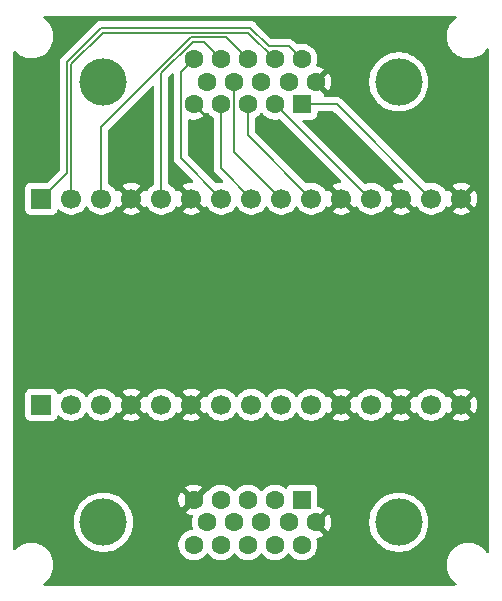
<source format=gbr>
%TF.GenerationSoftware,KiCad,Pcbnew,9.0.1*%
%TF.CreationDate,2025-10-17T21:58:47+03:00*%
%TF.ProjectId,transection-vga,7472616e-7365-4637-9469-6f6e2d766761,rev?*%
%TF.SameCoordinates,Original*%
%TF.FileFunction,Copper,L2,Bot*%
%TF.FilePolarity,Positive*%
%FSLAX46Y46*%
G04 Gerber Fmt 4.6, Leading zero omitted, Abs format (unit mm)*
G04 Created by KiCad (PCBNEW 9.0.1) date 2025-10-17 21:58:47*
%MOMM*%
%LPD*%
G01*
G04 APERTURE LIST*
%TA.AperFunction,ComponentPad*%
%ADD10C,4.000000*%
%TD*%
%TA.AperFunction,ComponentPad*%
%ADD11R,1.600000X1.600000*%
%TD*%
%TA.AperFunction,ComponentPad*%
%ADD12C,1.600000*%
%TD*%
%TA.AperFunction,ComponentPad*%
%ADD13R,1.700000X1.700000*%
%TD*%
%TA.AperFunction,ComponentPad*%
%ADD14C,1.700000*%
%TD*%
%TA.AperFunction,Conductor*%
%ADD15C,0.200000*%
%TD*%
G04 APERTURE END LIST*
D10*
%TO.P,J4,0*%
%TO.N,N/C*%
X123345000Y-116140000D03*
X148345000Y-116140000D03*
D11*
%TO.P,J4,1,RED*%
%TO.N,Net-(J3-Pin_14)*%
X140160000Y-114250000D03*
D12*
%TO.P,J4,2,GREEN*%
%TO.N,Net-(J3-Pin_12)*%
X137870000Y-114250000D03*
%TO.P,J4,3,BLUE*%
%TO.N,Net-(J3-Pin_10)*%
X135580000Y-114250000D03*
%TO.P,J4,4,ID2*%
%TO.N,Net-(J3-Pin_8)*%
X133290000Y-114250000D03*
%TO.P,J4,5,HGND*%
%TO.N,GND*%
X131000000Y-114250000D03*
%TO.P,J4,6,RED_RTN*%
X141305000Y-116150000D03*
%TO.P,J4,7,GRN_RTN*%
X139015000Y-116150000D03*
%TO.P,J4,8,BLUE_RTN*%
X136725000Y-116150000D03*
%TO.P,J4,9,KEY/PWR*%
%TO.N,Net-(J3-Pin_9)*%
X134435000Y-116150000D03*
%TO.P,J4,10,VGND*%
%TO.N,GND*%
X132145000Y-116150000D03*
%TO.P,J4,11,ID0*%
%TO.N,Net-(J3-Pin_1)*%
X140160000Y-118050000D03*
%TO.P,J4,12,ID1*%
%TO.N,Net-(J3-Pin_2)*%
X137870000Y-118050000D03*
%TO.P,J4,13,HSync*%
%TO.N,Net-(J3-Pin_3)*%
X135580000Y-118050000D03*
%TO.P,J4,14,VSync*%
%TO.N,Net-(J3-Pin_5)*%
X133290000Y-118050000D03*
%TO.P,J4,15,ID3*%
%TO.N,Net-(J3-Pin_7)*%
X131000000Y-118050000D03*
%TD*%
D13*
%TO.P,J3,1,Pin_1*%
%TO.N,Net-(J3-Pin_1)*%
X118090000Y-106196887D03*
D14*
%TO.P,J3,2,Pin_2*%
%TO.N,Net-(J3-Pin_2)*%
X120630000Y-106196887D03*
%TO.P,J3,3,Pin_3*%
%TO.N,Net-(J3-Pin_3)*%
X123170000Y-106196887D03*
%TO.P,J3,4,Pin_4*%
%TO.N,GND*%
X125710000Y-106196887D03*
%TO.P,J3,5,Pin_5*%
%TO.N,Net-(J3-Pin_5)*%
X128250000Y-106196887D03*
%TO.P,J3,6,Pin_6*%
%TO.N,GND*%
X130790000Y-106196887D03*
%TO.P,J3,7,Pin_7*%
%TO.N,Net-(J3-Pin_7)*%
X133330000Y-106196887D03*
%TO.P,J3,8,Pin_8*%
%TO.N,Net-(J3-Pin_8)*%
X135870000Y-106196887D03*
%TO.P,J3,9,Pin_9*%
%TO.N,Net-(J3-Pin_9)*%
X138410000Y-106196887D03*
%TO.P,J3,10,Pin_10*%
%TO.N,Net-(J3-Pin_10)*%
X140950000Y-106196887D03*
%TO.P,J3,11,Pin_11*%
%TO.N,GND*%
X143490000Y-106196887D03*
%TO.P,J3,12,Pin_12*%
%TO.N,Net-(J3-Pin_12)*%
X146030000Y-106196887D03*
%TO.P,J3,13,Pin_13*%
%TO.N,GND*%
X148570000Y-106196887D03*
%TO.P,J3,14,Pin_14*%
%TO.N,Net-(J3-Pin_14)*%
X151110000Y-106196887D03*
%TO.P,J3,15,Pin_15*%
%TO.N,GND*%
X153650000Y-106196887D03*
%TD*%
D10*
%TO.P,J1,0*%
%TO.N,N/C*%
X123345000Y-78856887D03*
X148345000Y-78856887D03*
D11*
%TO.P,J1,1,RED*%
%TO.N,Net-(J1-RED)*%
X140160000Y-80746887D03*
D12*
%TO.P,J1,2,GREEN*%
%TO.N,Net-(J1-GREEN)*%
X137870000Y-80746887D03*
%TO.P,J1,3,BLUE*%
%TO.N,Net-(J1-BLUE)*%
X135580000Y-80746887D03*
%TO.P,J1,4,ID2*%
%TO.N,Net-(J1-ID2)*%
X133290000Y-80746887D03*
%TO.P,J1,5,HGND*%
%TO.N,GND*%
X131000000Y-80746887D03*
%TO.P,J1,6,RED_RTN*%
X141305000Y-78846887D03*
%TO.P,J1,7,GRN_RTN*%
X139015000Y-78846887D03*
%TO.P,J1,8,BLUE_RTN*%
X136725000Y-78846887D03*
%TO.P,J1,9,KEY/PWR*%
%TO.N,Net-(J1-KEY{slash}PWR)*%
X134435000Y-78846887D03*
%TO.P,J1,10,VGND*%
%TO.N,GND*%
X132145000Y-78846887D03*
%TO.P,J1,11,ID0*%
%TO.N,Net-(J1-ID0)*%
X140160000Y-76946887D03*
%TO.P,J1,12,ID1*%
%TO.N,Net-(J1-ID1)*%
X137870000Y-76946887D03*
%TO.P,J1,13,HSync*%
%TO.N,Net-(J1-HSync)*%
X135580000Y-76946887D03*
%TO.P,J1,14,VSync*%
%TO.N,Net-(J1-VSync)*%
X133290000Y-76946887D03*
%TO.P,J1,15,ID3*%
%TO.N,Net-(J1-ID3)*%
X131000000Y-76946887D03*
%TD*%
D13*
%TO.P,J2,1,Pin_1*%
%TO.N,Net-(J1-ID0)*%
X118090000Y-88750000D03*
D14*
%TO.P,J2,2,Pin_2*%
%TO.N,Net-(J1-ID1)*%
X120630000Y-88750000D03*
%TO.P,J2,3,Pin_3*%
%TO.N,Net-(J1-HSync)*%
X123170000Y-88750000D03*
%TO.P,J2,4,Pin_4*%
%TO.N,GND*%
X125710000Y-88750000D03*
%TO.P,J2,5,Pin_5*%
%TO.N,Net-(J1-VSync)*%
X128250000Y-88750000D03*
%TO.P,J2,6,Pin_6*%
%TO.N,GND*%
X130790000Y-88750000D03*
%TO.P,J2,7,Pin_7*%
%TO.N,Net-(J1-ID3)*%
X133330000Y-88750000D03*
%TO.P,J2,8,Pin_8*%
%TO.N,Net-(J1-ID2)*%
X135870000Y-88750000D03*
%TO.P,J2,9,Pin_9*%
%TO.N,Net-(J1-KEY{slash}PWR)*%
X138410000Y-88750000D03*
%TO.P,J2,10,Pin_10*%
%TO.N,Net-(J1-BLUE)*%
X140950000Y-88750000D03*
%TO.P,J2,11,Pin_11*%
%TO.N,GND*%
X143490000Y-88750000D03*
%TO.P,J2,12,Pin_12*%
%TO.N,Net-(J1-GREEN)*%
X146030000Y-88750000D03*
%TO.P,J2,13,Pin_13*%
%TO.N,GND*%
X148570000Y-88750000D03*
%TO.P,J2,14,Pin_14*%
%TO.N,Net-(J1-RED)*%
X151110000Y-88750000D03*
%TO.P,J2,15,Pin_15*%
%TO.N,GND*%
X153650000Y-88750000D03*
%TD*%
D15*
%TO.N,Net-(J1-KEY{slash}PWR)*%
X138410000Y-88750000D02*
X134435000Y-84775000D01*
X134435000Y-84775000D02*
X134435000Y-78846887D01*
%TO.N,Net-(J1-ID2)*%
X133290000Y-80746887D02*
X133290000Y-86170000D01*
X133290000Y-86170000D02*
X135870000Y-88750000D01*
%TO.N,Net-(J1-HSync)*%
X130723737Y-75099000D02*
X133732113Y-75099000D01*
X123170000Y-88750000D02*
X123170000Y-82652737D01*
X133732113Y-75099000D02*
X135580000Y-76946887D01*
X123170000Y-82652737D02*
X130723737Y-75099000D01*
%TO.N,Net-(J1-ID1)*%
X123302000Y-74698000D02*
X135621113Y-74698000D01*
X120630000Y-88750000D02*
X120630000Y-77370000D01*
X135621113Y-74698000D02*
X137870000Y-76946887D01*
X120630000Y-77370000D02*
X123302000Y-74698000D01*
%TO.N,Net-(J1-BLUE)*%
X140950000Y-88750000D02*
X135580000Y-83380000D01*
X135580000Y-83380000D02*
X135580000Y-80746887D01*
%TO.N,Net-(J1-RED)*%
X143106887Y-80746887D02*
X151110000Y-88750000D01*
X140160000Y-80746887D02*
X143106887Y-80746887D01*
%TO.N,Net-(J1-GREEN)*%
X137870000Y-80746887D02*
X145873113Y-88750000D01*
X145873113Y-88750000D02*
X146030000Y-88750000D01*
%TO.N,Net-(J1-ID0)*%
X139059000Y-75845887D02*
X140160000Y-76946887D01*
X135787213Y-74297000D02*
X137336100Y-75845887D01*
X123135900Y-74297000D02*
X135787213Y-74297000D01*
X120229000Y-86611000D02*
X120229000Y-77203900D01*
X120229000Y-77203900D02*
X123135900Y-74297000D01*
X118090000Y-88750000D02*
X120229000Y-86611000D01*
X137336100Y-75845887D02*
X139059000Y-75845887D01*
%TO.N,Net-(J1-VSync)*%
X131843113Y-75500000D02*
X133290000Y-76946887D01*
X128250000Y-78139837D02*
X130889837Y-75500000D01*
X128250000Y-88750000D02*
X128250000Y-78139837D01*
X130889837Y-75500000D02*
X131843113Y-75500000D01*
%TO.N,Net-(J1-ID3)*%
X129899000Y-85319000D02*
X129899000Y-78047887D01*
X129899000Y-78047887D02*
X131000000Y-76946887D01*
X133330000Y-88750000D02*
X129899000Y-85319000D01*
%TD*%
%TA.AperFunction,Conductor*%
%TO.N,GND*%
G36*
X127568834Y-79205652D02*
G01*
X127624767Y-79247524D01*
X127649184Y-79312988D01*
X127649500Y-79321834D01*
X127649500Y-87464281D01*
X127629815Y-87531320D01*
X127581795Y-87574765D01*
X127542185Y-87594947D01*
X127542184Y-87594948D01*
X127370213Y-87719890D01*
X127219890Y-87870213D01*
X127094949Y-88042182D01*
X127090202Y-88051499D01*
X127042227Y-88102293D01*
X126974405Y-88119087D01*
X126908271Y-88096548D01*
X126869234Y-88051495D01*
X126864626Y-88042452D01*
X126825270Y-87988282D01*
X126825269Y-87988282D01*
X126192962Y-88620590D01*
X126175925Y-88557007D01*
X126110099Y-88442993D01*
X126017007Y-88349901D01*
X125902993Y-88284075D01*
X125839409Y-88267037D01*
X126471716Y-87634728D01*
X126417550Y-87595375D01*
X126228217Y-87498904D01*
X126026129Y-87433242D01*
X125816246Y-87400000D01*
X125603754Y-87400000D01*
X125393872Y-87433242D01*
X125393869Y-87433242D01*
X125191782Y-87498904D01*
X125002439Y-87595380D01*
X124948282Y-87634727D01*
X124948282Y-87634728D01*
X125580591Y-88267037D01*
X125517007Y-88284075D01*
X125402993Y-88349901D01*
X125309901Y-88442993D01*
X125244075Y-88557007D01*
X125227037Y-88620591D01*
X124594728Y-87988282D01*
X124594727Y-87988282D01*
X124555380Y-88042440D01*
X124555376Y-88042446D01*
X124550760Y-88051505D01*
X124502781Y-88102297D01*
X124434959Y-88119087D01*
X124368826Y-88096543D01*
X124329794Y-88051493D01*
X124325051Y-88042184D01*
X124325049Y-88042181D01*
X124325048Y-88042179D01*
X124200109Y-87870213D01*
X124049786Y-87719890D01*
X123877815Y-87594948D01*
X123877814Y-87594947D01*
X123838205Y-87574765D01*
X123787409Y-87526791D01*
X123770500Y-87464281D01*
X123770500Y-82952834D01*
X123790185Y-82885795D01*
X123806819Y-82865153D01*
X127437819Y-79234153D01*
X127499142Y-79200668D01*
X127568834Y-79205652D01*
G37*
%TD.AperFunction*%
%TA.AperFunction,Conductor*%
G36*
X129217834Y-78123751D02*
G01*
X129273767Y-78165623D01*
X129298184Y-78231087D01*
X129298500Y-78239933D01*
X129298500Y-85232330D01*
X129298499Y-85232348D01*
X129298499Y-85398054D01*
X129298498Y-85398054D01*
X129339423Y-85550785D01*
X129350228Y-85569499D01*
X129350229Y-85569502D01*
X129418475Y-85687709D01*
X129418481Y-85687717D01*
X129537349Y-85806585D01*
X129537355Y-85806590D01*
X130919084Y-87188319D01*
X130952569Y-87249642D01*
X130947585Y-87319334D01*
X130905713Y-87375267D01*
X130840249Y-87399684D01*
X130831403Y-87400000D01*
X130683754Y-87400000D01*
X130473872Y-87433242D01*
X130473869Y-87433242D01*
X130271782Y-87498904D01*
X130082439Y-87595380D01*
X130028282Y-87634727D01*
X130028282Y-87634728D01*
X130660591Y-88267037D01*
X130597007Y-88284075D01*
X130482993Y-88349901D01*
X130389901Y-88442993D01*
X130324075Y-88557007D01*
X130307037Y-88620591D01*
X129674728Y-87988282D01*
X129674727Y-87988282D01*
X129635380Y-88042440D01*
X129635376Y-88042446D01*
X129630760Y-88051505D01*
X129582781Y-88102297D01*
X129514959Y-88119087D01*
X129448826Y-88096543D01*
X129409794Y-88051493D01*
X129405051Y-88042184D01*
X129405049Y-88042181D01*
X129405048Y-88042179D01*
X129280109Y-87870213D01*
X129129786Y-87719890D01*
X128957815Y-87594948D01*
X128957814Y-87594947D01*
X128918205Y-87574765D01*
X128867409Y-87526791D01*
X128850500Y-87464281D01*
X128850500Y-78439933D01*
X128870185Y-78372894D01*
X128886815Y-78352256D01*
X129086820Y-78152251D01*
X129148142Y-78118767D01*
X129217834Y-78123751D01*
G37*
%TD.AperFunction*%
%TA.AperFunction,Conductor*%
G36*
X136811420Y-81505509D02*
G01*
X136825317Y-81521546D01*
X136864295Y-81575196D01*
X136878034Y-81594106D01*
X137022786Y-81738858D01*
X137177749Y-81851443D01*
X137188390Y-81859174D01*
X137269499Y-81900501D01*
X137370776Y-81952105D01*
X137370778Y-81952105D01*
X137370781Y-81952107D01*
X137445818Y-81976488D01*
X137565465Y-82015364D01*
X137666557Y-82031375D01*
X137767648Y-82047387D01*
X137767649Y-82047387D01*
X137972351Y-82047387D01*
X137972352Y-82047387D01*
X138174534Y-82015364D01*
X138188842Y-82010714D01*
X138258682Y-82008718D01*
X138314842Y-82040964D01*
X143462515Y-87188637D01*
X143496000Y-87249960D01*
X143491016Y-87319652D01*
X143449144Y-87375585D01*
X143388444Y-87398478D01*
X143388565Y-87399238D01*
X143384884Y-87399820D01*
X143384585Y-87399934D01*
X143383759Y-87399999D01*
X143173872Y-87433242D01*
X143173869Y-87433242D01*
X142971782Y-87498904D01*
X142782439Y-87595380D01*
X142728282Y-87634727D01*
X142728282Y-87634728D01*
X143360591Y-88267037D01*
X143297007Y-88284075D01*
X143182993Y-88349901D01*
X143089901Y-88442993D01*
X143024075Y-88557007D01*
X143007037Y-88620591D01*
X142374728Y-87988282D01*
X142374727Y-87988282D01*
X142335380Y-88042440D01*
X142335376Y-88042446D01*
X142330760Y-88051505D01*
X142282781Y-88102297D01*
X142214959Y-88119087D01*
X142148826Y-88096543D01*
X142109794Y-88051493D01*
X142105051Y-88042184D01*
X142105049Y-88042181D01*
X142105048Y-88042179D01*
X141980109Y-87870213D01*
X141829786Y-87719890D01*
X141657820Y-87594951D01*
X141468414Y-87498444D01*
X141468413Y-87498443D01*
X141468412Y-87498443D01*
X141266243Y-87432754D01*
X141266241Y-87432753D01*
X141266240Y-87432753D01*
X141104957Y-87407208D01*
X141056287Y-87399500D01*
X140843713Y-87399500D01*
X140815006Y-87404046D01*
X140633757Y-87432753D01*
X140591473Y-87446492D01*
X140521632Y-87448486D01*
X140465476Y-87416241D01*
X136216819Y-83167584D01*
X136183334Y-83106261D01*
X136180500Y-83079903D01*
X136180500Y-81976488D01*
X136200185Y-81909449D01*
X136248206Y-81866003D01*
X136261610Y-81859174D01*
X136427219Y-81738853D01*
X136571966Y-81594106D01*
X136624681Y-81521548D01*
X136680011Y-81478883D01*
X136749624Y-81472904D01*
X136811420Y-81505509D01*
G37*
%TD.AperFunction*%
%TA.AperFunction,Conductor*%
G36*
X142873829Y-81367072D02*
G01*
X142894471Y-81383706D01*
X148699084Y-87188319D01*
X148732569Y-87249642D01*
X148727585Y-87319334D01*
X148685713Y-87375267D01*
X148620249Y-87399684D01*
X148611403Y-87400000D01*
X148463754Y-87400000D01*
X148253872Y-87433242D01*
X148253869Y-87433242D01*
X148051782Y-87498904D01*
X147862439Y-87595380D01*
X147808282Y-87634727D01*
X147808282Y-87634728D01*
X148440591Y-88267037D01*
X148377007Y-88284075D01*
X148262993Y-88349901D01*
X148169901Y-88442993D01*
X148104075Y-88557007D01*
X148087037Y-88620591D01*
X147454728Y-87988282D01*
X147454727Y-87988282D01*
X147415380Y-88042440D01*
X147415376Y-88042446D01*
X147410760Y-88051505D01*
X147362781Y-88102297D01*
X147294959Y-88119087D01*
X147228826Y-88096543D01*
X147189794Y-88051493D01*
X147185051Y-88042184D01*
X147185049Y-88042181D01*
X147185048Y-88042179D01*
X147060109Y-87870213D01*
X146909786Y-87719890D01*
X146737820Y-87594951D01*
X146548414Y-87498444D01*
X146548413Y-87498443D01*
X146548412Y-87498443D01*
X146346243Y-87432754D01*
X146346241Y-87432753D01*
X146346240Y-87432753D01*
X146184957Y-87407208D01*
X146136287Y-87399500D01*
X145923713Y-87399500D01*
X145884202Y-87405757D01*
X145713759Y-87432753D01*
X145713755Y-87432754D01*
X145553062Y-87484966D01*
X145483221Y-87486961D01*
X145427064Y-87454716D01*
X140231415Y-82259067D01*
X140197930Y-82197744D01*
X140202914Y-82128052D01*
X140244786Y-82072119D01*
X140310250Y-82047702D01*
X140319096Y-82047386D01*
X141007871Y-82047386D01*
X141007872Y-82047386D01*
X141067483Y-82040978D01*
X141202331Y-81990683D01*
X141317546Y-81904433D01*
X141403796Y-81789218D01*
X141454091Y-81654370D01*
X141460500Y-81594760D01*
X141460500Y-81471387D01*
X141480185Y-81404348D01*
X141532989Y-81358593D01*
X141584500Y-81347387D01*
X142806790Y-81347387D01*
X142873829Y-81367072D01*
G37*
%TD.AperFunction*%
%TA.AperFunction,Conductor*%
G36*
X132005085Y-81575196D02*
G01*
X132005085Y-81575195D01*
X132044372Y-81521123D01*
X132099701Y-81478457D01*
X132169315Y-81472478D01*
X132231110Y-81505083D01*
X132245008Y-81521123D01*
X132298028Y-81594099D01*
X132298032Y-81594104D01*
X132298034Y-81594106D01*
X132442781Y-81738853D01*
X132608390Y-81859174D01*
X132621793Y-81866003D01*
X132672589Y-81913975D01*
X132689500Y-81976488D01*
X132689500Y-86083330D01*
X132689499Y-86083348D01*
X132689499Y-86249054D01*
X132689498Y-86249054D01*
X132730423Y-86401785D01*
X132759358Y-86451900D01*
X132759359Y-86451904D01*
X132759360Y-86451904D01*
X132809479Y-86538714D01*
X132809481Y-86538717D01*
X132928349Y-86657585D01*
X132928355Y-86657590D01*
X133458584Y-87187819D01*
X133492069Y-87249142D01*
X133487085Y-87318834D01*
X133445213Y-87374767D01*
X133379749Y-87399184D01*
X133370903Y-87399500D01*
X133223713Y-87399500D01*
X133195006Y-87404046D01*
X133013757Y-87432753D01*
X132971473Y-87446492D01*
X132901632Y-87448486D01*
X132845476Y-87416241D01*
X130535819Y-85106583D01*
X130502334Y-85045260D01*
X130499500Y-85018902D01*
X130499500Y-82121837D01*
X130519185Y-82054798D01*
X130571989Y-82009043D01*
X130641147Y-81999099D01*
X130661820Y-82003907D01*
X130695575Y-82014875D01*
X130695581Y-82014876D01*
X130897683Y-82046887D01*
X131102317Y-82046887D01*
X131304417Y-82014877D01*
X131499031Y-81951642D01*
X131681349Y-81858746D01*
X131828308Y-81751972D01*
X131828309Y-81751972D01*
X131253953Y-81177616D01*
X131307007Y-81146986D01*
X131400099Y-81053894D01*
X131430729Y-81000840D01*
X132005085Y-81575196D01*
G37*
%TD.AperFunction*%
%TA.AperFunction,Conductor*%
G36*
X153191960Y-73270185D02*
G01*
X153237715Y-73322989D01*
X153247659Y-73392147D01*
X153218634Y-73455703D01*
X153200407Y-73472876D01*
X153027263Y-73605733D01*
X153027256Y-73605739D01*
X152855739Y-73777256D01*
X152855733Y-73777263D01*
X152708067Y-73969706D01*
X152586777Y-74179785D01*
X152586773Y-74179794D01*
X152493947Y-74403895D01*
X152431161Y-74638214D01*
X152399500Y-74878711D01*
X152399500Y-75121288D01*
X152425421Y-75318185D01*
X152431162Y-75361789D01*
X152432121Y-75365367D01*
X152493947Y-75596104D01*
X152554242Y-75741668D01*
X152586776Y-75820212D01*
X152708064Y-76030289D01*
X152708066Y-76030292D01*
X152708067Y-76030293D01*
X152855733Y-76222736D01*
X152855739Y-76222743D01*
X153027256Y-76394260D01*
X153027263Y-76394266D01*
X153100327Y-76450330D01*
X153219711Y-76541936D01*
X153429788Y-76663224D01*
X153653900Y-76756054D01*
X153888211Y-76818838D01*
X154068586Y-76842584D01*
X154128711Y-76850500D01*
X154128712Y-76850500D01*
X154371289Y-76850500D01*
X154419388Y-76844167D01*
X154611789Y-76818838D01*
X154846100Y-76756054D01*
X155070212Y-76663224D01*
X155280289Y-76541936D01*
X155472738Y-76394265D01*
X155644265Y-76222738D01*
X155777124Y-76049591D01*
X155833552Y-76008389D01*
X155903298Y-76004234D01*
X155964218Y-76038446D01*
X155996971Y-76100163D01*
X155999500Y-76125078D01*
X155999500Y-118624921D01*
X155979815Y-118691960D01*
X155927011Y-118737715D01*
X155857853Y-118747659D01*
X155794297Y-118718634D01*
X155777124Y-118700407D01*
X155644266Y-118527263D01*
X155644260Y-118527256D01*
X155472743Y-118355739D01*
X155472736Y-118355733D01*
X155280293Y-118208067D01*
X155280292Y-118208066D01*
X155280289Y-118208064D01*
X155070212Y-118086776D01*
X155070205Y-118086773D01*
X154846104Y-117993947D01*
X154611785Y-117931161D01*
X154371289Y-117899500D01*
X154371288Y-117899500D01*
X154128712Y-117899500D01*
X154128711Y-117899500D01*
X153888214Y-117931161D01*
X153653895Y-117993947D01*
X153429794Y-118086773D01*
X153429785Y-118086777D01*
X153219706Y-118208067D01*
X153027263Y-118355733D01*
X153027256Y-118355739D01*
X152855739Y-118527256D01*
X152855733Y-118527263D01*
X152708067Y-118719706D01*
X152586777Y-118929785D01*
X152586773Y-118929794D01*
X152493947Y-119153895D01*
X152431161Y-119388214D01*
X152399500Y-119628711D01*
X152399500Y-119871288D01*
X152431161Y-120111785D01*
X152493947Y-120346104D01*
X152586773Y-120570205D01*
X152586776Y-120570212D01*
X152708064Y-120780289D01*
X152708066Y-120780292D01*
X152708067Y-120780293D01*
X152855733Y-120972736D01*
X152855739Y-120972743D01*
X153027256Y-121144260D01*
X153027263Y-121144266D01*
X153200407Y-121277124D01*
X153241610Y-121333552D01*
X153245765Y-121403298D01*
X153211553Y-121464218D01*
X153149836Y-121496971D01*
X153124921Y-121499500D01*
X118375079Y-121499500D01*
X118308040Y-121479815D01*
X118262285Y-121427011D01*
X118252341Y-121357853D01*
X118281366Y-121294297D01*
X118299593Y-121277124D01*
X118378619Y-121216484D01*
X118472738Y-121144265D01*
X118644265Y-120972738D01*
X118791936Y-120780289D01*
X118913224Y-120570212D01*
X119006054Y-120346100D01*
X119068838Y-120111789D01*
X119100500Y-119871288D01*
X119100500Y-119628712D01*
X119068838Y-119388211D01*
X119006054Y-119153900D01*
X118913224Y-118929788D01*
X118791936Y-118719711D01*
X118644265Y-118527262D01*
X118644260Y-118527256D01*
X118472743Y-118355739D01*
X118472736Y-118355733D01*
X118280293Y-118208067D01*
X118280292Y-118208066D01*
X118280289Y-118208064D01*
X118070212Y-118086776D01*
X118070205Y-118086773D01*
X117846104Y-117993947D01*
X117611785Y-117931161D01*
X117371289Y-117899500D01*
X117371288Y-117899500D01*
X117128712Y-117899500D01*
X117128711Y-117899500D01*
X116888214Y-117931161D01*
X116653895Y-117993947D01*
X116429794Y-118086773D01*
X116429785Y-118086777D01*
X116219706Y-118208067D01*
X116027263Y-118355733D01*
X116027256Y-118355739D01*
X115912181Y-118470815D01*
X115850858Y-118504300D01*
X115781166Y-118499316D01*
X115725233Y-118457444D01*
X115700816Y-118391980D01*
X115700500Y-118383134D01*
X115700500Y-115999568D01*
X120844500Y-115999568D01*
X120844500Y-116280431D01*
X120875942Y-116559494D01*
X120875945Y-116559512D01*
X120938439Y-116833317D01*
X120938443Y-116833329D01*
X121031200Y-117098411D01*
X121153053Y-117351442D01*
X121153055Y-117351445D01*
X121302477Y-117589248D01*
X121477584Y-117808825D01*
X121676175Y-118007416D01*
X121895752Y-118182523D01*
X122133555Y-118331945D01*
X122133557Y-118331946D01*
X122182964Y-118355739D01*
X122386592Y-118453801D01*
X122530910Y-118504300D01*
X122651670Y-118546556D01*
X122651682Y-118546560D01*
X122925491Y-118609055D01*
X122925497Y-118609055D01*
X122925505Y-118609057D01*
X123111547Y-118630018D01*
X123204569Y-118640499D01*
X123204572Y-118640500D01*
X123204575Y-118640500D01*
X123485428Y-118640500D01*
X123485429Y-118640499D01*
X123628055Y-118624429D01*
X123764494Y-118609057D01*
X123764499Y-118609056D01*
X123764509Y-118609055D01*
X124038318Y-118546560D01*
X124303408Y-118453801D01*
X124556445Y-118331945D01*
X124794248Y-118182523D01*
X125013825Y-118007416D01*
X125073593Y-117947648D01*
X129699500Y-117947648D01*
X129699500Y-118152351D01*
X129731522Y-118354534D01*
X129794781Y-118549223D01*
X129841290Y-118640500D01*
X129881650Y-118719711D01*
X129887715Y-118731613D01*
X130008028Y-118897213D01*
X130152786Y-119041971D01*
X130306839Y-119153895D01*
X130318390Y-119162287D01*
X130434607Y-119221503D01*
X130500776Y-119255218D01*
X130500778Y-119255218D01*
X130500781Y-119255220D01*
X130605137Y-119289127D01*
X130695465Y-119318477D01*
X130796557Y-119334488D01*
X130897648Y-119350500D01*
X130897649Y-119350500D01*
X131102351Y-119350500D01*
X131102352Y-119350500D01*
X131304534Y-119318477D01*
X131499219Y-119255220D01*
X131681610Y-119162287D01*
X131774590Y-119094732D01*
X131847213Y-119041971D01*
X131847215Y-119041968D01*
X131847219Y-119041966D01*
X131991966Y-118897219D01*
X132044681Y-118824661D01*
X132100011Y-118781996D01*
X132169624Y-118776017D01*
X132231420Y-118808622D01*
X132245319Y-118824662D01*
X132298034Y-118897219D01*
X132442786Y-119041971D01*
X132596839Y-119153895D01*
X132608390Y-119162287D01*
X132724607Y-119221503D01*
X132790776Y-119255218D01*
X132790778Y-119255218D01*
X132790781Y-119255220D01*
X132895137Y-119289127D01*
X132985465Y-119318477D01*
X133086557Y-119334488D01*
X133187648Y-119350500D01*
X133187649Y-119350500D01*
X133392351Y-119350500D01*
X133392352Y-119350500D01*
X133594534Y-119318477D01*
X133789219Y-119255220D01*
X133971610Y-119162287D01*
X134064590Y-119094732D01*
X134137213Y-119041971D01*
X134137215Y-119041968D01*
X134137219Y-119041966D01*
X134281966Y-118897219D01*
X134334681Y-118824661D01*
X134390011Y-118781996D01*
X134459624Y-118776017D01*
X134521420Y-118808622D01*
X134535319Y-118824662D01*
X134588034Y-118897219D01*
X134732786Y-119041971D01*
X134886839Y-119153895D01*
X134898390Y-119162287D01*
X135014607Y-119221503D01*
X135080776Y-119255218D01*
X135080778Y-119255218D01*
X135080781Y-119255220D01*
X135185137Y-119289127D01*
X135275465Y-119318477D01*
X135376557Y-119334488D01*
X135477648Y-119350500D01*
X135477649Y-119350500D01*
X135682351Y-119350500D01*
X135682352Y-119350500D01*
X135884534Y-119318477D01*
X136079219Y-119255220D01*
X136261610Y-119162287D01*
X136354590Y-119094732D01*
X136427213Y-119041971D01*
X136427215Y-119041968D01*
X136427219Y-119041966D01*
X136571966Y-118897219D01*
X136624681Y-118824661D01*
X136680011Y-118781996D01*
X136749624Y-118776017D01*
X136811420Y-118808622D01*
X136825319Y-118824662D01*
X136878034Y-118897219D01*
X137022786Y-119041971D01*
X137176839Y-119153895D01*
X137188390Y-119162287D01*
X137304607Y-119221503D01*
X137370776Y-119255218D01*
X137370778Y-119255218D01*
X137370781Y-119255220D01*
X137475137Y-119289127D01*
X137565465Y-119318477D01*
X137666557Y-119334488D01*
X137767648Y-119350500D01*
X137767649Y-119350500D01*
X137972351Y-119350500D01*
X137972352Y-119350500D01*
X138174534Y-119318477D01*
X138369219Y-119255220D01*
X138551610Y-119162287D01*
X138644590Y-119094732D01*
X138717213Y-119041971D01*
X138717215Y-119041968D01*
X138717219Y-119041966D01*
X138861966Y-118897219D01*
X138914681Y-118824661D01*
X138970011Y-118781996D01*
X139039624Y-118776017D01*
X139101420Y-118808622D01*
X139115319Y-118824662D01*
X139168034Y-118897219D01*
X139312786Y-119041971D01*
X139466839Y-119153895D01*
X139478390Y-119162287D01*
X139594607Y-119221503D01*
X139660776Y-119255218D01*
X139660778Y-119255218D01*
X139660781Y-119255220D01*
X139765137Y-119289127D01*
X139855465Y-119318477D01*
X139956557Y-119334488D01*
X140057648Y-119350500D01*
X140057649Y-119350500D01*
X140262351Y-119350500D01*
X140262352Y-119350500D01*
X140464534Y-119318477D01*
X140659219Y-119255220D01*
X140841610Y-119162287D01*
X140934590Y-119094732D01*
X141007213Y-119041971D01*
X141007215Y-119041968D01*
X141007219Y-119041966D01*
X141151966Y-118897219D01*
X141151968Y-118897215D01*
X141151971Y-118897213D01*
X141216335Y-118808622D01*
X141272287Y-118731610D01*
X141365220Y-118549219D01*
X141428477Y-118354534D01*
X141460500Y-118152352D01*
X141460500Y-117947648D01*
X141428477Y-117745466D01*
X141381000Y-117599349D01*
X141379006Y-117529512D01*
X141415086Y-117469679D01*
X141477786Y-117438850D01*
X141479535Y-117438561D01*
X141609416Y-117417990D01*
X141609417Y-117417990D01*
X141804031Y-117354755D01*
X141986349Y-117261859D01*
X142030921Y-117229474D01*
X141434409Y-116632962D01*
X141497993Y-116615925D01*
X141612007Y-116550099D01*
X141705099Y-116457007D01*
X141770925Y-116342993D01*
X141787962Y-116279409D01*
X142384474Y-116875921D01*
X142416859Y-116831349D01*
X142509755Y-116649031D01*
X142572990Y-116454417D01*
X142605000Y-116252317D01*
X142605000Y-116047681D01*
X142599902Y-116015493D01*
X142597380Y-115999568D01*
X145844500Y-115999568D01*
X145844500Y-116280431D01*
X145875942Y-116559494D01*
X145875945Y-116559512D01*
X145938439Y-116833317D01*
X145938443Y-116833329D01*
X146031200Y-117098411D01*
X146153053Y-117351442D01*
X146153055Y-117351445D01*
X146302477Y-117589248D01*
X146477584Y-117808825D01*
X146676175Y-118007416D01*
X146895752Y-118182523D01*
X147133555Y-118331945D01*
X147133557Y-118331946D01*
X147182964Y-118355739D01*
X147386592Y-118453801D01*
X147530910Y-118504300D01*
X147651670Y-118546556D01*
X147651682Y-118546560D01*
X147925491Y-118609055D01*
X147925497Y-118609055D01*
X147925505Y-118609057D01*
X148111547Y-118630018D01*
X148204569Y-118640499D01*
X148204572Y-118640500D01*
X148204575Y-118640500D01*
X148485428Y-118640500D01*
X148485429Y-118640499D01*
X148628055Y-118624429D01*
X148764494Y-118609057D01*
X148764499Y-118609056D01*
X148764509Y-118609055D01*
X149038318Y-118546560D01*
X149303408Y-118453801D01*
X149556445Y-118331945D01*
X149794248Y-118182523D01*
X150013825Y-118007416D01*
X150212416Y-117808825D01*
X150387523Y-117589248D01*
X150536945Y-117351445D01*
X150658801Y-117098408D01*
X150751560Y-116833318D01*
X150814055Y-116559509D01*
X150815116Y-116550099D01*
X150845499Y-116280431D01*
X150845500Y-116280427D01*
X150845500Y-115999572D01*
X150845499Y-115999568D01*
X150814057Y-115720505D01*
X150814054Y-115720487D01*
X150775255Y-115550499D01*
X150751560Y-115446682D01*
X150658801Y-115181592D01*
X150536945Y-114928555D01*
X150387523Y-114690752D01*
X150212416Y-114471175D01*
X150013825Y-114272584D01*
X149794248Y-114097477D01*
X149556445Y-113948055D01*
X149556442Y-113948053D01*
X149303411Y-113826200D01*
X149038329Y-113733443D01*
X149038317Y-113733439D01*
X148764512Y-113670945D01*
X148764494Y-113670942D01*
X148485431Y-113639500D01*
X148485425Y-113639500D01*
X148204575Y-113639500D01*
X148204568Y-113639500D01*
X147925505Y-113670942D01*
X147925487Y-113670945D01*
X147651682Y-113733439D01*
X147651670Y-113733443D01*
X147386588Y-113826200D01*
X147133557Y-113948053D01*
X146895753Y-114097476D01*
X146676175Y-114272583D01*
X146477583Y-114471175D01*
X146302476Y-114690753D01*
X146153053Y-114928557D01*
X146031200Y-115181588D01*
X145938443Y-115446670D01*
X145938439Y-115446682D01*
X145875945Y-115720487D01*
X145875942Y-115720505D01*
X145844500Y-115999568D01*
X142597380Y-115999568D01*
X142572990Y-115845582D01*
X142509755Y-115650968D01*
X142416859Y-115468650D01*
X142384474Y-115424077D01*
X142384474Y-115424076D01*
X141787962Y-116020589D01*
X141770925Y-115957007D01*
X141705099Y-115842993D01*
X141612007Y-115749901D01*
X141497993Y-115684075D01*
X141434408Y-115667037D01*
X142030922Y-115070524D01*
X142030921Y-115070523D01*
X141986359Y-115038147D01*
X141986350Y-115038141D01*
X141804031Y-114945244D01*
X141609417Y-114882010D01*
X141565101Y-114874991D01*
X141501967Y-114845062D01*
X141465035Y-114785751D01*
X141460499Y-114752523D01*
X141460499Y-113402128D01*
X141454091Y-113342517D01*
X141403796Y-113207669D01*
X141403795Y-113207668D01*
X141403793Y-113207664D01*
X141317547Y-113092455D01*
X141317544Y-113092452D01*
X141202335Y-113006206D01*
X141202328Y-113006202D01*
X141067482Y-112955908D01*
X141067483Y-112955908D01*
X141007883Y-112949501D01*
X141007881Y-112949500D01*
X141007873Y-112949500D01*
X141007864Y-112949500D01*
X139312129Y-112949500D01*
X139312123Y-112949501D01*
X139252516Y-112955908D01*
X139117671Y-113006202D01*
X139117664Y-113006206D01*
X139002455Y-113092452D01*
X139002452Y-113092455D01*
X138916206Y-113207664D01*
X138916200Y-113207675D01*
X138915819Y-113208698D01*
X138915165Y-113209570D01*
X138911953Y-113215454D01*
X138911106Y-113214991D01*
X138873944Y-113264629D01*
X138808478Y-113289042D01*
X138740206Y-113274185D01*
X138719106Y-113259645D01*
X138717216Y-113258031D01*
X138551613Y-113137715D01*
X138551612Y-113137714D01*
X138551610Y-113137713D01*
X138494653Y-113108691D01*
X138369223Y-113044781D01*
X138174534Y-112981522D01*
X137999995Y-112953878D01*
X137972352Y-112949500D01*
X137767648Y-112949500D01*
X137743329Y-112953351D01*
X137565465Y-112981522D01*
X137370776Y-113044781D01*
X137188386Y-113137715D01*
X137022786Y-113258028D01*
X136878032Y-113402782D01*
X136878028Y-113402787D01*
X136825318Y-113475337D01*
X136769988Y-113518003D01*
X136700375Y-113523982D01*
X136638580Y-113491376D01*
X136624682Y-113475337D01*
X136571971Y-113402787D01*
X136571967Y-113402782D01*
X136427213Y-113258028D01*
X136261613Y-113137715D01*
X136261612Y-113137714D01*
X136261610Y-113137713D01*
X136204653Y-113108691D01*
X136079223Y-113044781D01*
X135884534Y-112981522D01*
X135709995Y-112953878D01*
X135682352Y-112949500D01*
X135477648Y-112949500D01*
X135453329Y-112953351D01*
X135275465Y-112981522D01*
X135080776Y-113044781D01*
X134898386Y-113137715D01*
X134732786Y-113258028D01*
X134588032Y-113402782D01*
X134588028Y-113402787D01*
X134535318Y-113475337D01*
X134479988Y-113518003D01*
X134410375Y-113523982D01*
X134348580Y-113491376D01*
X134334682Y-113475337D01*
X134281971Y-113402787D01*
X134281967Y-113402782D01*
X134137213Y-113258028D01*
X133971613Y-113137715D01*
X133971612Y-113137714D01*
X133971610Y-113137713D01*
X133914653Y-113108691D01*
X133789223Y-113044781D01*
X133594534Y-112981522D01*
X133419995Y-112953878D01*
X133392352Y-112949500D01*
X133187648Y-112949500D01*
X133163329Y-112953351D01*
X132985465Y-112981522D01*
X132790776Y-113044781D01*
X132608386Y-113137715D01*
X132442786Y-113258028D01*
X132298032Y-113402782D01*
X132298028Y-113402787D01*
X132243670Y-113477605D01*
X132188340Y-113520271D01*
X132133624Y-113528338D01*
X132079474Y-113524076D01*
X131482962Y-114120590D01*
X131465925Y-114057007D01*
X131400099Y-113942993D01*
X131307007Y-113849901D01*
X131192993Y-113784075D01*
X131129408Y-113767037D01*
X131725922Y-113170524D01*
X131725921Y-113170523D01*
X131681359Y-113138147D01*
X131681350Y-113138141D01*
X131499031Y-113045244D01*
X131304417Y-112982009D01*
X131102317Y-112950000D01*
X130897683Y-112950000D01*
X130695582Y-112982009D01*
X130500968Y-113045244D01*
X130318644Y-113138143D01*
X130274077Y-113170523D01*
X130274077Y-113170524D01*
X130870591Y-113767037D01*
X130807007Y-113784075D01*
X130692993Y-113849901D01*
X130599901Y-113942993D01*
X130534075Y-114057007D01*
X130517037Y-114120590D01*
X129920524Y-113524077D01*
X129920523Y-113524077D01*
X129888143Y-113568644D01*
X129795244Y-113750968D01*
X129732009Y-113945582D01*
X129700000Y-114147682D01*
X129700000Y-114352317D01*
X129732009Y-114554417D01*
X129795244Y-114749031D01*
X129888141Y-114931350D01*
X129888147Y-114931359D01*
X129920523Y-114975921D01*
X129920524Y-114975922D01*
X130517037Y-114379409D01*
X130534075Y-114442993D01*
X130599901Y-114557007D01*
X130692993Y-114650099D01*
X130807007Y-114715925D01*
X130870590Y-114732962D01*
X130274076Y-115329474D01*
X130318650Y-115361859D01*
X130500968Y-115454755D01*
X130695582Y-115517990D01*
X130825963Y-115538640D01*
X130889098Y-115568569D01*
X130926030Y-115627880D01*
X130925032Y-115697743D01*
X130924497Y-115699431D01*
X130877010Y-115845578D01*
X130877010Y-115845581D01*
X130845000Y-116047682D01*
X130845000Y-116252317D01*
X130877009Y-116454417D01*
X130924341Y-116600086D01*
X130926336Y-116669928D01*
X130890256Y-116729761D01*
X130827555Y-116760589D01*
X130825809Y-116760878D01*
X130695464Y-116781523D01*
X130500776Y-116844781D01*
X130318386Y-116937715D01*
X130152786Y-117058028D01*
X130008028Y-117202786D01*
X129887715Y-117368386D01*
X129794781Y-117550776D01*
X129731522Y-117745465D01*
X129699500Y-117947648D01*
X125073593Y-117947648D01*
X125212416Y-117808825D01*
X125387523Y-117589248D01*
X125536945Y-117351445D01*
X125658801Y-117098408D01*
X125751560Y-116833318D01*
X125814055Y-116559509D01*
X125815116Y-116550099D01*
X125845499Y-116280431D01*
X125845500Y-116280427D01*
X125845500Y-115999572D01*
X125845499Y-115999568D01*
X125814057Y-115720505D01*
X125814054Y-115720487D01*
X125775255Y-115550499D01*
X125751560Y-115446682D01*
X125658801Y-115181592D01*
X125536945Y-114928555D01*
X125387523Y-114690752D01*
X125212416Y-114471175D01*
X125013825Y-114272584D01*
X124985504Y-114249999D01*
X124972669Y-114239763D01*
X124857160Y-114147648D01*
X124794248Y-114097477D01*
X124556445Y-113948055D01*
X124556442Y-113948053D01*
X124303411Y-113826200D01*
X124038329Y-113733443D01*
X124038317Y-113733439D01*
X123764512Y-113670945D01*
X123764494Y-113670942D01*
X123485431Y-113639500D01*
X123485425Y-113639500D01*
X123204575Y-113639500D01*
X123204568Y-113639500D01*
X122925505Y-113670942D01*
X122925487Y-113670945D01*
X122651682Y-113733439D01*
X122651670Y-113733443D01*
X122386588Y-113826200D01*
X122133557Y-113948053D01*
X121895753Y-114097476D01*
X121676175Y-114272583D01*
X121477583Y-114471175D01*
X121302476Y-114690753D01*
X121153053Y-114928557D01*
X121031200Y-115181588D01*
X120938443Y-115446670D01*
X120938439Y-115446682D01*
X120875945Y-115720487D01*
X120875942Y-115720505D01*
X120844500Y-115999568D01*
X115700500Y-115999568D01*
X115700500Y-105299022D01*
X116739500Y-105299022D01*
X116739500Y-107094757D01*
X116739501Y-107094763D01*
X116745908Y-107154370D01*
X116796202Y-107289215D01*
X116796206Y-107289222D01*
X116882452Y-107404431D01*
X116882455Y-107404434D01*
X116997664Y-107490680D01*
X116997671Y-107490684D01*
X117132517Y-107540978D01*
X117132516Y-107540978D01*
X117139444Y-107541722D01*
X117192127Y-107547387D01*
X118987872Y-107547386D01*
X119047483Y-107540978D01*
X119182331Y-107490683D01*
X119297546Y-107404433D01*
X119383796Y-107289218D01*
X119432810Y-107157803D01*
X119474681Y-107101871D01*
X119540145Y-107077453D01*
X119608418Y-107092304D01*
X119636673Y-107113456D01*
X119750213Y-107226996D01*
X119922179Y-107351935D01*
X119922181Y-107351936D01*
X119922184Y-107351938D01*
X120111588Y-107448444D01*
X120313757Y-107514133D01*
X120523713Y-107547387D01*
X120523714Y-107547387D01*
X120736286Y-107547387D01*
X120736287Y-107547387D01*
X120946243Y-107514133D01*
X121148412Y-107448444D01*
X121337816Y-107351938D01*
X121424138Y-107289222D01*
X121509786Y-107226996D01*
X121509788Y-107226993D01*
X121509792Y-107226991D01*
X121660104Y-107076679D01*
X121660106Y-107076675D01*
X121660109Y-107076673D01*
X121785048Y-106904707D01*
X121785047Y-106904707D01*
X121785051Y-106904703D01*
X121789514Y-106895941D01*
X121837488Y-106845146D01*
X121905308Y-106828350D01*
X121971444Y-106850886D01*
X122010486Y-106895943D01*
X122014951Y-106904707D01*
X122139890Y-107076673D01*
X122290213Y-107226996D01*
X122462179Y-107351935D01*
X122462181Y-107351936D01*
X122462184Y-107351938D01*
X122651588Y-107448444D01*
X122853757Y-107514133D01*
X123063713Y-107547387D01*
X123063714Y-107547387D01*
X123276286Y-107547387D01*
X123276287Y-107547387D01*
X123486243Y-107514133D01*
X123688412Y-107448444D01*
X123877816Y-107351938D01*
X123964138Y-107289222D01*
X124049786Y-107226996D01*
X124049788Y-107226993D01*
X124049792Y-107226991D01*
X124200104Y-107076679D01*
X124200106Y-107076675D01*
X124200109Y-107076673D01*
X124285890Y-106958604D01*
X124325051Y-106904703D01*
X124329793Y-106895395D01*
X124377763Y-106844598D01*
X124445583Y-106827798D01*
X124511719Y-106850332D01*
X124550763Y-106895387D01*
X124555373Y-106904434D01*
X124594728Y-106958603D01*
X125227037Y-106326295D01*
X125244075Y-106389880D01*
X125309901Y-106503894D01*
X125402993Y-106596986D01*
X125517007Y-106662812D01*
X125580590Y-106679849D01*
X124948282Y-107312156D01*
X124948282Y-107312157D01*
X125002449Y-107351511D01*
X125191782Y-107447982D01*
X125393870Y-107513644D01*
X125603754Y-107546887D01*
X125816246Y-107546887D01*
X126026127Y-107513644D01*
X126026130Y-107513644D01*
X126228217Y-107447982D01*
X126417554Y-107351509D01*
X126471716Y-107312157D01*
X126471717Y-107312157D01*
X125839408Y-106679849D01*
X125902993Y-106662812D01*
X126017007Y-106596986D01*
X126110099Y-106503894D01*
X126175925Y-106389880D01*
X126192962Y-106326296D01*
X126825270Y-106958604D01*
X126825270Y-106958603D01*
X126864622Y-106904442D01*
X126869232Y-106895394D01*
X126917205Y-106844596D01*
X126985025Y-106827799D01*
X127051161Y-106850334D01*
X127090204Y-106895391D01*
X127094949Y-106904704D01*
X127219890Y-107076673D01*
X127370213Y-107226996D01*
X127542179Y-107351935D01*
X127542181Y-107351936D01*
X127542184Y-107351938D01*
X127731588Y-107448444D01*
X127933757Y-107514133D01*
X128143713Y-107547387D01*
X128143714Y-107547387D01*
X128356286Y-107547387D01*
X128356287Y-107547387D01*
X128566243Y-107514133D01*
X128768412Y-107448444D01*
X128957816Y-107351938D01*
X129044138Y-107289222D01*
X129129786Y-107226996D01*
X129129788Y-107226993D01*
X129129792Y-107226991D01*
X129280104Y-107076679D01*
X129280106Y-107076675D01*
X129280109Y-107076673D01*
X129365890Y-106958604D01*
X129405051Y-106904703D01*
X129409793Y-106895395D01*
X129457763Y-106844598D01*
X129525583Y-106827798D01*
X129591719Y-106850332D01*
X129630763Y-106895387D01*
X129635373Y-106904434D01*
X129674728Y-106958603D01*
X130307037Y-106326295D01*
X130324075Y-106389880D01*
X130389901Y-106503894D01*
X130482993Y-106596986D01*
X130597007Y-106662812D01*
X130660590Y-106679849D01*
X130028282Y-107312156D01*
X130028282Y-107312157D01*
X130082449Y-107351511D01*
X130271782Y-107447982D01*
X130473870Y-107513644D01*
X130683754Y-107546887D01*
X130896246Y-107546887D01*
X131106127Y-107513644D01*
X131106130Y-107513644D01*
X131308217Y-107447982D01*
X131497554Y-107351509D01*
X131551716Y-107312157D01*
X131551717Y-107312157D01*
X130919408Y-106679849D01*
X130982993Y-106662812D01*
X131097007Y-106596986D01*
X131190099Y-106503894D01*
X131255925Y-106389880D01*
X131272962Y-106326296D01*
X131905270Y-106958604D01*
X131905270Y-106958603D01*
X131944622Y-106904442D01*
X131949232Y-106895394D01*
X131997205Y-106844596D01*
X132065025Y-106827799D01*
X132131161Y-106850334D01*
X132170204Y-106895391D01*
X132174949Y-106904704D01*
X132299890Y-107076673D01*
X132450213Y-107226996D01*
X132622179Y-107351935D01*
X132622181Y-107351936D01*
X132622184Y-107351938D01*
X132811588Y-107448444D01*
X133013757Y-107514133D01*
X133223713Y-107547387D01*
X133223714Y-107547387D01*
X133436286Y-107547387D01*
X133436287Y-107547387D01*
X133646243Y-107514133D01*
X133848412Y-107448444D01*
X134037816Y-107351938D01*
X134124138Y-107289222D01*
X134209786Y-107226996D01*
X134209788Y-107226993D01*
X134209792Y-107226991D01*
X134360104Y-107076679D01*
X134360106Y-107076675D01*
X134360109Y-107076673D01*
X134485048Y-106904707D01*
X134485047Y-106904707D01*
X134485051Y-106904703D01*
X134489514Y-106895941D01*
X134537488Y-106845146D01*
X134605308Y-106828350D01*
X134671444Y-106850886D01*
X134710486Y-106895943D01*
X134714951Y-106904707D01*
X134839890Y-107076673D01*
X134990213Y-107226996D01*
X135162179Y-107351935D01*
X135162181Y-107351936D01*
X135162184Y-107351938D01*
X135351588Y-107448444D01*
X135553757Y-107514133D01*
X135763713Y-107547387D01*
X135763714Y-107547387D01*
X135976286Y-107547387D01*
X135976287Y-107547387D01*
X136186243Y-107514133D01*
X136388412Y-107448444D01*
X136577816Y-107351938D01*
X136664138Y-107289222D01*
X136749786Y-107226996D01*
X136749788Y-107226993D01*
X136749792Y-107226991D01*
X136900104Y-107076679D01*
X136900106Y-107076675D01*
X136900109Y-107076673D01*
X137025048Y-106904707D01*
X137025047Y-106904707D01*
X137025051Y-106904703D01*
X137029514Y-106895941D01*
X137077488Y-106845146D01*
X137145308Y-106828350D01*
X137211444Y-106850886D01*
X137250486Y-106895943D01*
X137254951Y-106904707D01*
X137379890Y-107076673D01*
X137530213Y-107226996D01*
X137702179Y-107351935D01*
X137702181Y-107351936D01*
X137702184Y-107351938D01*
X137891588Y-107448444D01*
X138093757Y-107514133D01*
X138303713Y-107547387D01*
X138303714Y-107547387D01*
X138516286Y-107547387D01*
X138516287Y-107547387D01*
X138726243Y-107514133D01*
X138928412Y-107448444D01*
X139117816Y-107351938D01*
X139204138Y-107289222D01*
X139289786Y-107226996D01*
X139289788Y-107226993D01*
X139289792Y-107226991D01*
X139440104Y-107076679D01*
X139440106Y-107076675D01*
X139440109Y-107076673D01*
X139565048Y-106904707D01*
X139565047Y-106904707D01*
X139565051Y-106904703D01*
X139569514Y-106895941D01*
X139617488Y-106845146D01*
X139685308Y-106828350D01*
X139751444Y-106850886D01*
X139790486Y-106895943D01*
X139794951Y-106904707D01*
X139919890Y-107076673D01*
X140070213Y-107226996D01*
X140242179Y-107351935D01*
X140242181Y-107351936D01*
X140242184Y-107351938D01*
X140431588Y-107448444D01*
X140633757Y-107514133D01*
X140843713Y-107547387D01*
X140843714Y-107547387D01*
X141056286Y-107547387D01*
X141056287Y-107547387D01*
X141266243Y-107514133D01*
X141468412Y-107448444D01*
X141657816Y-107351938D01*
X141744138Y-107289222D01*
X141829786Y-107226996D01*
X141829788Y-107226993D01*
X141829792Y-107226991D01*
X141980104Y-107076679D01*
X141980106Y-107076675D01*
X141980109Y-107076673D01*
X142065890Y-106958604D01*
X142105051Y-106904703D01*
X142109793Y-106895395D01*
X142157763Y-106844598D01*
X142225583Y-106827798D01*
X142291719Y-106850332D01*
X142330763Y-106895387D01*
X142335373Y-106904434D01*
X142374728Y-106958603D01*
X143007037Y-106326295D01*
X143024075Y-106389880D01*
X143089901Y-106503894D01*
X143182993Y-106596986D01*
X143297007Y-106662812D01*
X143360590Y-106679849D01*
X142728282Y-107312156D01*
X142728282Y-107312157D01*
X142782449Y-107351511D01*
X142971782Y-107447982D01*
X143173870Y-107513644D01*
X143383754Y-107546887D01*
X143596246Y-107546887D01*
X143806127Y-107513644D01*
X143806130Y-107513644D01*
X144008217Y-107447982D01*
X144197554Y-107351509D01*
X144251716Y-107312157D01*
X144251717Y-107312157D01*
X143619408Y-106679849D01*
X143682993Y-106662812D01*
X143797007Y-106596986D01*
X143890099Y-106503894D01*
X143955925Y-106389880D01*
X143972962Y-106326295D01*
X144605270Y-106958604D01*
X144605270Y-106958603D01*
X144644622Y-106904442D01*
X144649232Y-106895394D01*
X144697205Y-106844596D01*
X144765025Y-106827799D01*
X144831161Y-106850334D01*
X144870204Y-106895391D01*
X144874949Y-106904704D01*
X144999890Y-107076673D01*
X145150213Y-107226996D01*
X145322179Y-107351935D01*
X145322181Y-107351936D01*
X145322184Y-107351938D01*
X145511588Y-107448444D01*
X145713757Y-107514133D01*
X145923713Y-107547387D01*
X145923714Y-107547387D01*
X146136286Y-107547387D01*
X146136287Y-107547387D01*
X146346243Y-107514133D01*
X146548412Y-107448444D01*
X146737816Y-107351938D01*
X146824138Y-107289222D01*
X146909786Y-107226996D01*
X146909788Y-107226993D01*
X146909792Y-107226991D01*
X147060104Y-107076679D01*
X147060106Y-107076675D01*
X147060109Y-107076673D01*
X147145890Y-106958604D01*
X147185051Y-106904703D01*
X147189793Y-106895395D01*
X147237763Y-106844598D01*
X147305583Y-106827798D01*
X147371719Y-106850332D01*
X147410763Y-106895387D01*
X147415373Y-106904434D01*
X147454728Y-106958603D01*
X148087037Y-106326295D01*
X148104075Y-106389880D01*
X148169901Y-106503894D01*
X148262993Y-106596986D01*
X148377007Y-106662812D01*
X148440590Y-106679849D01*
X147808282Y-107312156D01*
X147808282Y-107312157D01*
X147862449Y-107351511D01*
X148051782Y-107447982D01*
X148253870Y-107513644D01*
X148463754Y-107546887D01*
X148676246Y-107546887D01*
X148886127Y-107513644D01*
X148886130Y-107513644D01*
X149088217Y-107447982D01*
X149277554Y-107351509D01*
X149331716Y-107312157D01*
X149331717Y-107312157D01*
X148699408Y-106679849D01*
X148762993Y-106662812D01*
X148877007Y-106596986D01*
X148970099Y-106503894D01*
X149035925Y-106389880D01*
X149052962Y-106326295D01*
X149685270Y-106958604D01*
X149685270Y-106958603D01*
X149724622Y-106904442D01*
X149729232Y-106895394D01*
X149777205Y-106844596D01*
X149845025Y-106827799D01*
X149911161Y-106850334D01*
X149950204Y-106895391D01*
X149954949Y-106904704D01*
X150079890Y-107076673D01*
X150230213Y-107226996D01*
X150402179Y-107351935D01*
X150402181Y-107351936D01*
X150402184Y-107351938D01*
X150591588Y-107448444D01*
X150793757Y-107514133D01*
X151003713Y-107547387D01*
X151003714Y-107547387D01*
X151216286Y-107547387D01*
X151216287Y-107547387D01*
X151426243Y-107514133D01*
X151628412Y-107448444D01*
X151817816Y-107351938D01*
X151904138Y-107289222D01*
X151989786Y-107226996D01*
X151989788Y-107226993D01*
X151989792Y-107226991D01*
X152140104Y-107076679D01*
X152140106Y-107076675D01*
X152140109Y-107076673D01*
X152225890Y-106958604D01*
X152265051Y-106904703D01*
X152269793Y-106895395D01*
X152317763Y-106844598D01*
X152385583Y-106827798D01*
X152451719Y-106850332D01*
X152490763Y-106895387D01*
X152495373Y-106904434D01*
X152534728Y-106958603D01*
X153167037Y-106326295D01*
X153184075Y-106389880D01*
X153249901Y-106503894D01*
X153342993Y-106596986D01*
X153457007Y-106662812D01*
X153520590Y-106679849D01*
X152888282Y-107312156D01*
X152888282Y-107312157D01*
X152942449Y-107351511D01*
X153131782Y-107447982D01*
X153333870Y-107513644D01*
X153543754Y-107546887D01*
X153756246Y-107546887D01*
X153966127Y-107513644D01*
X153966130Y-107513644D01*
X154168217Y-107447982D01*
X154357554Y-107351509D01*
X154411716Y-107312157D01*
X154411717Y-107312157D01*
X153779408Y-106679849D01*
X153842993Y-106662812D01*
X153957007Y-106596986D01*
X154050099Y-106503894D01*
X154115925Y-106389880D01*
X154132962Y-106326295D01*
X154765270Y-106958604D01*
X154765270Y-106958603D01*
X154804622Y-106904441D01*
X154901095Y-106715104D01*
X154966757Y-106513017D01*
X154966757Y-106513014D01*
X155000000Y-106303133D01*
X155000000Y-106090640D01*
X154966757Y-105880759D01*
X154966757Y-105880756D01*
X154901095Y-105678669D01*
X154804624Y-105489336D01*
X154765270Y-105435169D01*
X154765269Y-105435169D01*
X154132962Y-106067477D01*
X154115925Y-106003894D01*
X154050099Y-105889880D01*
X153957007Y-105796788D01*
X153842993Y-105730962D01*
X153779409Y-105713924D01*
X154411716Y-105081615D01*
X154357550Y-105042262D01*
X154168217Y-104945791D01*
X153966129Y-104880129D01*
X153756246Y-104846887D01*
X153543754Y-104846887D01*
X153333872Y-104880129D01*
X153333869Y-104880129D01*
X153131782Y-104945791D01*
X152942439Y-105042267D01*
X152888282Y-105081614D01*
X152888282Y-105081615D01*
X153520591Y-105713924D01*
X153457007Y-105730962D01*
X153342993Y-105796788D01*
X153249901Y-105889880D01*
X153184075Y-106003894D01*
X153167037Y-106067478D01*
X152534728Y-105435169D01*
X152534727Y-105435169D01*
X152495380Y-105489327D01*
X152495376Y-105489333D01*
X152490760Y-105498392D01*
X152442781Y-105549184D01*
X152374959Y-105565974D01*
X152308826Y-105543430D01*
X152269794Y-105498380D01*
X152265051Y-105489071D01*
X152265049Y-105489068D01*
X152265048Y-105489066D01*
X152140109Y-105317100D01*
X151989786Y-105166777D01*
X151817820Y-105041838D01*
X151628414Y-104945331D01*
X151628413Y-104945330D01*
X151628412Y-104945330D01*
X151426243Y-104879641D01*
X151426241Y-104879640D01*
X151426240Y-104879640D01*
X151264957Y-104854095D01*
X151216287Y-104846387D01*
X151003713Y-104846387D01*
X150955042Y-104854095D01*
X150793760Y-104879640D01*
X150591585Y-104945331D01*
X150402179Y-105041838D01*
X150230213Y-105166777D01*
X150079890Y-105317100D01*
X149954949Y-105489069D01*
X149950202Y-105498386D01*
X149902227Y-105549180D01*
X149834405Y-105565974D01*
X149768271Y-105543435D01*
X149729234Y-105498382D01*
X149724626Y-105489339D01*
X149685270Y-105435169D01*
X149052962Y-106067477D01*
X149035925Y-106003894D01*
X148970099Y-105889880D01*
X148877007Y-105796788D01*
X148762993Y-105730962D01*
X148699409Y-105713924D01*
X149331716Y-105081615D01*
X149277550Y-105042262D01*
X149088217Y-104945791D01*
X148886129Y-104880129D01*
X148676246Y-104846887D01*
X148463754Y-104846887D01*
X148253872Y-104880129D01*
X148253869Y-104880129D01*
X148051782Y-104945791D01*
X147862439Y-105042267D01*
X147808282Y-105081614D01*
X147808282Y-105081615D01*
X148440591Y-105713924D01*
X148377007Y-105730962D01*
X148262993Y-105796788D01*
X148169901Y-105889880D01*
X148104075Y-106003894D01*
X148087037Y-106067478D01*
X147454728Y-105435169D01*
X147454727Y-105435169D01*
X147415380Y-105489327D01*
X147415376Y-105489333D01*
X147410760Y-105498392D01*
X147362781Y-105549184D01*
X147294959Y-105565974D01*
X147228826Y-105543430D01*
X147189794Y-105498380D01*
X147185051Y-105489071D01*
X147185049Y-105489068D01*
X147185048Y-105489066D01*
X147060109Y-105317100D01*
X146909786Y-105166777D01*
X146737820Y-105041838D01*
X146548414Y-104945331D01*
X146548413Y-104945330D01*
X146548412Y-104945330D01*
X146346243Y-104879641D01*
X146346241Y-104879640D01*
X146346240Y-104879640D01*
X146184957Y-104854095D01*
X146136287Y-104846387D01*
X145923713Y-104846387D01*
X145875042Y-104854095D01*
X145713760Y-104879640D01*
X145511585Y-104945331D01*
X145322179Y-105041838D01*
X145150213Y-105166777D01*
X144999890Y-105317100D01*
X144874949Y-105489069D01*
X144870202Y-105498386D01*
X144822227Y-105549180D01*
X144754405Y-105565974D01*
X144688271Y-105543435D01*
X144649234Y-105498382D01*
X144644626Y-105489339D01*
X144605270Y-105435169D01*
X143972962Y-106067477D01*
X143955925Y-106003894D01*
X143890099Y-105889880D01*
X143797007Y-105796788D01*
X143682993Y-105730962D01*
X143619409Y-105713924D01*
X144251716Y-105081615D01*
X144197550Y-105042262D01*
X144008217Y-104945791D01*
X143806129Y-104880129D01*
X143596246Y-104846887D01*
X143383754Y-104846887D01*
X143173872Y-104880129D01*
X143173869Y-104880129D01*
X142971782Y-104945791D01*
X142782439Y-105042267D01*
X142728282Y-105081614D01*
X142728282Y-105081615D01*
X143360591Y-105713924D01*
X143297007Y-105730962D01*
X143182993Y-105796788D01*
X143089901Y-105889880D01*
X143024075Y-106003894D01*
X143007037Y-106067478D01*
X142374728Y-105435169D01*
X142374727Y-105435169D01*
X142335380Y-105489327D01*
X142335376Y-105489333D01*
X142330760Y-105498392D01*
X142282781Y-105549184D01*
X142214959Y-105565974D01*
X142148826Y-105543430D01*
X142109794Y-105498380D01*
X142105051Y-105489071D01*
X142105049Y-105489068D01*
X142105048Y-105489066D01*
X141980109Y-105317100D01*
X141829786Y-105166777D01*
X141657820Y-105041838D01*
X141468414Y-104945331D01*
X141468413Y-104945330D01*
X141468412Y-104945330D01*
X141266243Y-104879641D01*
X141266241Y-104879640D01*
X141266240Y-104879640D01*
X141104957Y-104854095D01*
X141056287Y-104846387D01*
X140843713Y-104846387D01*
X140795042Y-104854095D01*
X140633760Y-104879640D01*
X140431585Y-104945331D01*
X140242179Y-105041838D01*
X140070213Y-105166777D01*
X139919890Y-105317100D01*
X139794949Y-105489069D01*
X139790484Y-105497833D01*
X139742509Y-105548629D01*
X139674688Y-105565423D01*
X139608553Y-105542885D01*
X139569516Y-105497833D01*
X139565050Y-105489069D01*
X139440109Y-105317100D01*
X139289786Y-105166777D01*
X139117820Y-105041838D01*
X138928414Y-104945331D01*
X138928413Y-104945330D01*
X138928412Y-104945330D01*
X138726243Y-104879641D01*
X138726241Y-104879640D01*
X138726240Y-104879640D01*
X138564957Y-104854095D01*
X138516287Y-104846387D01*
X138303713Y-104846387D01*
X138255042Y-104854095D01*
X138093760Y-104879640D01*
X137891585Y-104945331D01*
X137702179Y-105041838D01*
X137530213Y-105166777D01*
X137379890Y-105317100D01*
X137254949Y-105489069D01*
X137250484Y-105497833D01*
X137202509Y-105548629D01*
X137134688Y-105565423D01*
X137068553Y-105542885D01*
X137029516Y-105497833D01*
X137025050Y-105489069D01*
X136900109Y-105317100D01*
X136749786Y-105166777D01*
X136577820Y-105041838D01*
X136388414Y-104945331D01*
X136388413Y-104945330D01*
X136388412Y-104945330D01*
X136186243Y-104879641D01*
X136186241Y-104879640D01*
X136186240Y-104879640D01*
X136024957Y-104854095D01*
X135976287Y-104846387D01*
X135763713Y-104846387D01*
X135715042Y-104854095D01*
X135553760Y-104879640D01*
X135351585Y-104945331D01*
X135162179Y-105041838D01*
X134990213Y-105166777D01*
X134839890Y-105317100D01*
X134714949Y-105489069D01*
X134710484Y-105497833D01*
X134662509Y-105548629D01*
X134594688Y-105565423D01*
X134528553Y-105542885D01*
X134489516Y-105497833D01*
X134485050Y-105489069D01*
X134360109Y-105317100D01*
X134209786Y-105166777D01*
X134037820Y-105041838D01*
X133848414Y-104945331D01*
X133848413Y-104945330D01*
X133848412Y-104945330D01*
X133646243Y-104879641D01*
X133646241Y-104879640D01*
X133646240Y-104879640D01*
X133484957Y-104854095D01*
X133436287Y-104846387D01*
X133223713Y-104846387D01*
X133175042Y-104854095D01*
X133013760Y-104879640D01*
X132811585Y-104945331D01*
X132622179Y-105041838D01*
X132450213Y-105166777D01*
X132299890Y-105317100D01*
X132174949Y-105489069D01*
X132170202Y-105498386D01*
X132122227Y-105549180D01*
X132054405Y-105565974D01*
X131988271Y-105543435D01*
X131949234Y-105498382D01*
X131944626Y-105489339D01*
X131905270Y-105435169D01*
X131272962Y-106067477D01*
X131255925Y-106003894D01*
X131190099Y-105889880D01*
X131097007Y-105796788D01*
X130982993Y-105730962D01*
X130919409Y-105713924D01*
X131551716Y-105081615D01*
X131497550Y-105042262D01*
X131308217Y-104945791D01*
X131106129Y-104880129D01*
X130896246Y-104846887D01*
X130683754Y-104846887D01*
X130473872Y-104880129D01*
X130473869Y-104880129D01*
X130271782Y-104945791D01*
X130082439Y-105042267D01*
X130028282Y-105081614D01*
X130028282Y-105081615D01*
X130660591Y-105713924D01*
X130597007Y-105730962D01*
X130482993Y-105796788D01*
X130389901Y-105889880D01*
X130324075Y-106003894D01*
X130307037Y-106067478D01*
X129674728Y-105435169D01*
X129674727Y-105435169D01*
X129635380Y-105489327D01*
X129635376Y-105489333D01*
X129630760Y-105498392D01*
X129582781Y-105549184D01*
X129514959Y-105565974D01*
X129448826Y-105543430D01*
X129409794Y-105498380D01*
X129405051Y-105489071D01*
X129405049Y-105489068D01*
X129405048Y-105489066D01*
X129280109Y-105317100D01*
X129129786Y-105166777D01*
X128957820Y-105041838D01*
X128768414Y-104945331D01*
X128768413Y-104945330D01*
X128768412Y-104945330D01*
X128566243Y-104879641D01*
X128566241Y-104879640D01*
X128566240Y-104879640D01*
X128404957Y-104854095D01*
X128356287Y-104846387D01*
X128143713Y-104846387D01*
X128095042Y-104854095D01*
X127933760Y-104879640D01*
X127731585Y-104945331D01*
X127542179Y-105041838D01*
X127370213Y-105166777D01*
X127219890Y-105317100D01*
X127094949Y-105489069D01*
X127090202Y-105498386D01*
X127042227Y-105549180D01*
X126974405Y-105565974D01*
X126908271Y-105543435D01*
X126869234Y-105498382D01*
X126864626Y-105489339D01*
X126825270Y-105435169D01*
X126825269Y-105435169D01*
X126192962Y-106067477D01*
X126175925Y-106003894D01*
X126110099Y-105889880D01*
X126017007Y-105796788D01*
X125902993Y-105730962D01*
X125839409Y-105713924D01*
X126471716Y-105081615D01*
X126417550Y-105042262D01*
X126228217Y-104945791D01*
X126026129Y-104880129D01*
X125816246Y-104846887D01*
X125603754Y-104846887D01*
X125393872Y-104880129D01*
X125393869Y-104880129D01*
X125191782Y-104945791D01*
X125002439Y-105042267D01*
X124948282Y-105081614D01*
X124948282Y-105081615D01*
X125580591Y-105713924D01*
X125517007Y-105730962D01*
X125402993Y-105796788D01*
X125309901Y-105889880D01*
X125244075Y-106003894D01*
X125227037Y-106067478D01*
X124594728Y-105435169D01*
X124594727Y-105435169D01*
X124555380Y-105489327D01*
X124555376Y-105489333D01*
X124550760Y-105498392D01*
X124502781Y-105549184D01*
X124434959Y-105565974D01*
X124368826Y-105543430D01*
X124329794Y-105498380D01*
X124325051Y-105489071D01*
X124325049Y-105489068D01*
X124325048Y-105489066D01*
X124200109Y-105317100D01*
X124049786Y-105166777D01*
X123877820Y-105041838D01*
X123688414Y-104945331D01*
X123688413Y-104945330D01*
X123688412Y-104945330D01*
X123486243Y-104879641D01*
X123486241Y-104879640D01*
X123486240Y-104879640D01*
X123324957Y-104854095D01*
X123276287Y-104846387D01*
X123063713Y-104846387D01*
X123015042Y-104854095D01*
X122853760Y-104879640D01*
X122651585Y-104945331D01*
X122462179Y-105041838D01*
X122290213Y-105166777D01*
X122139890Y-105317100D01*
X122014949Y-105489069D01*
X122010484Y-105497833D01*
X121962509Y-105548629D01*
X121894688Y-105565423D01*
X121828553Y-105542885D01*
X121789516Y-105497833D01*
X121785050Y-105489069D01*
X121660109Y-105317100D01*
X121509786Y-105166777D01*
X121337820Y-105041838D01*
X121148414Y-104945331D01*
X121148413Y-104945330D01*
X121148412Y-104945330D01*
X120946243Y-104879641D01*
X120946241Y-104879640D01*
X120946240Y-104879640D01*
X120784957Y-104854095D01*
X120736287Y-104846387D01*
X120523713Y-104846387D01*
X120475042Y-104854095D01*
X120313760Y-104879640D01*
X120111585Y-104945331D01*
X119922179Y-105041838D01*
X119750215Y-105166776D01*
X119636673Y-105280318D01*
X119575350Y-105313802D01*
X119505658Y-105308818D01*
X119449725Y-105266946D01*
X119432810Y-105235969D01*
X119383797Y-105104558D01*
X119383793Y-105104551D01*
X119297547Y-104989342D01*
X119297544Y-104989339D01*
X119182335Y-104903093D01*
X119182328Y-104903089D01*
X119047482Y-104852795D01*
X119047483Y-104852795D01*
X118987883Y-104846388D01*
X118987881Y-104846387D01*
X118987873Y-104846387D01*
X118987864Y-104846387D01*
X117192129Y-104846387D01*
X117192123Y-104846388D01*
X117132516Y-104852795D01*
X116997671Y-104903089D01*
X116997664Y-104903093D01*
X116882455Y-104989339D01*
X116882452Y-104989342D01*
X116796206Y-105104551D01*
X116796202Y-105104558D01*
X116745908Y-105239404D01*
X116739501Y-105299003D01*
X116739500Y-105299022D01*
X115700500Y-105299022D01*
X115700500Y-87852135D01*
X116739500Y-87852135D01*
X116739500Y-89647870D01*
X116739501Y-89647876D01*
X116745908Y-89707483D01*
X116796202Y-89842328D01*
X116796206Y-89842335D01*
X116882452Y-89957544D01*
X116882455Y-89957547D01*
X116997664Y-90043793D01*
X116997671Y-90043797D01*
X117132517Y-90094091D01*
X117132516Y-90094091D01*
X117139444Y-90094835D01*
X117192127Y-90100500D01*
X118987872Y-90100499D01*
X119047483Y-90094091D01*
X119182331Y-90043796D01*
X119297546Y-89957546D01*
X119383796Y-89842331D01*
X119432810Y-89710916D01*
X119474681Y-89654984D01*
X119540145Y-89630566D01*
X119608418Y-89645417D01*
X119636673Y-89666569D01*
X119750213Y-89780109D01*
X119922179Y-89905048D01*
X119922181Y-89905049D01*
X119922184Y-89905051D01*
X120111588Y-90001557D01*
X120313757Y-90067246D01*
X120523713Y-90100500D01*
X120523714Y-90100500D01*
X120736286Y-90100500D01*
X120736287Y-90100500D01*
X120946243Y-90067246D01*
X121148412Y-90001557D01*
X121337816Y-89905051D01*
X121424138Y-89842335D01*
X121509786Y-89780109D01*
X121509788Y-89780106D01*
X121509792Y-89780104D01*
X121660104Y-89629792D01*
X121660106Y-89629788D01*
X121660109Y-89629786D01*
X121785048Y-89457820D01*
X121785047Y-89457820D01*
X121785051Y-89457816D01*
X121789514Y-89449054D01*
X121837488Y-89398259D01*
X121905308Y-89381463D01*
X121971444Y-89403999D01*
X122010486Y-89449056D01*
X122014951Y-89457820D01*
X122139890Y-89629786D01*
X122290213Y-89780109D01*
X122462179Y-89905048D01*
X122462181Y-89905049D01*
X122462184Y-89905051D01*
X122651588Y-90001557D01*
X122853757Y-90067246D01*
X123063713Y-90100500D01*
X123063714Y-90100500D01*
X123276286Y-90100500D01*
X123276287Y-90100500D01*
X123486243Y-90067246D01*
X123688412Y-90001557D01*
X123877816Y-89905051D01*
X123964138Y-89842335D01*
X124049786Y-89780109D01*
X124049788Y-89780106D01*
X124049792Y-89780104D01*
X124200104Y-89629792D01*
X124200106Y-89629788D01*
X124200109Y-89629786D01*
X124285890Y-89511717D01*
X124325051Y-89457816D01*
X124329793Y-89448508D01*
X124377763Y-89397711D01*
X124445583Y-89380911D01*
X124511719Y-89403445D01*
X124550763Y-89448500D01*
X124555373Y-89457547D01*
X124594728Y-89511716D01*
X125227037Y-88879408D01*
X125244075Y-88942993D01*
X125309901Y-89057007D01*
X125402993Y-89150099D01*
X125517007Y-89215925D01*
X125580590Y-89232962D01*
X124948282Y-89865269D01*
X124948282Y-89865270D01*
X125002449Y-89904624D01*
X125191782Y-90001095D01*
X125393870Y-90066757D01*
X125603754Y-90100000D01*
X125816246Y-90100000D01*
X126026127Y-90066757D01*
X126026130Y-90066757D01*
X126228217Y-90001095D01*
X126417554Y-89904622D01*
X126471716Y-89865270D01*
X126471717Y-89865270D01*
X125839408Y-89232962D01*
X125902993Y-89215925D01*
X126017007Y-89150099D01*
X126110099Y-89057007D01*
X126175925Y-88942993D01*
X126192962Y-88879409D01*
X126825270Y-89511717D01*
X126825270Y-89511716D01*
X126864622Y-89457555D01*
X126869232Y-89448507D01*
X126917205Y-89397709D01*
X126985025Y-89380912D01*
X127051161Y-89403447D01*
X127090204Y-89448504D01*
X127094949Y-89457817D01*
X127219890Y-89629786D01*
X127370213Y-89780109D01*
X127542179Y-89905048D01*
X127542181Y-89905049D01*
X127542184Y-89905051D01*
X127731588Y-90001557D01*
X127933757Y-90067246D01*
X128143713Y-90100500D01*
X128143714Y-90100500D01*
X128356286Y-90100500D01*
X128356287Y-90100500D01*
X128566243Y-90067246D01*
X128768412Y-90001557D01*
X128957816Y-89905051D01*
X129044138Y-89842335D01*
X129129786Y-89780109D01*
X129129788Y-89780106D01*
X129129792Y-89780104D01*
X129280104Y-89629792D01*
X129280106Y-89629788D01*
X129280109Y-89629786D01*
X129365890Y-89511717D01*
X129405051Y-89457816D01*
X129409793Y-89448508D01*
X129457763Y-89397711D01*
X129525583Y-89380911D01*
X129591719Y-89403445D01*
X129630763Y-89448500D01*
X129635373Y-89457547D01*
X129674728Y-89511716D01*
X130307037Y-88879408D01*
X130324075Y-88942993D01*
X130389901Y-89057007D01*
X130482993Y-89150099D01*
X130597007Y-89215925D01*
X130660590Y-89232962D01*
X130028282Y-89865269D01*
X130028282Y-89865270D01*
X130082449Y-89904624D01*
X130271782Y-90001095D01*
X130473870Y-90066757D01*
X130683754Y-90100000D01*
X130896246Y-90100000D01*
X131106127Y-90066757D01*
X131106130Y-90066757D01*
X131308217Y-90001095D01*
X131497554Y-89904622D01*
X131551716Y-89865270D01*
X131551717Y-89865270D01*
X130919408Y-89232962D01*
X130982993Y-89215925D01*
X131097007Y-89150099D01*
X131190099Y-89057007D01*
X131255925Y-88942993D01*
X131272962Y-88879408D01*
X131905270Y-89511717D01*
X131905270Y-89511716D01*
X131944622Y-89457555D01*
X131949232Y-89448507D01*
X131997205Y-89397709D01*
X132065025Y-89380912D01*
X132131161Y-89403447D01*
X132170204Y-89448504D01*
X132174949Y-89457817D01*
X132299890Y-89629786D01*
X132450213Y-89780109D01*
X132622179Y-89905048D01*
X132622181Y-89905049D01*
X132622184Y-89905051D01*
X132811588Y-90001557D01*
X133013757Y-90067246D01*
X133223713Y-90100500D01*
X133223714Y-90100500D01*
X133436286Y-90100500D01*
X133436287Y-90100500D01*
X133646243Y-90067246D01*
X133848412Y-90001557D01*
X134037816Y-89905051D01*
X134124138Y-89842335D01*
X134209786Y-89780109D01*
X134209788Y-89780106D01*
X134209792Y-89780104D01*
X134360104Y-89629792D01*
X134360106Y-89629788D01*
X134360109Y-89629786D01*
X134485048Y-89457820D01*
X134485047Y-89457820D01*
X134485051Y-89457816D01*
X134489514Y-89449054D01*
X134537488Y-89398259D01*
X134605308Y-89381463D01*
X134671444Y-89403999D01*
X134710486Y-89449056D01*
X134714951Y-89457820D01*
X134839890Y-89629786D01*
X134990213Y-89780109D01*
X135162179Y-89905048D01*
X135162181Y-89905049D01*
X135162184Y-89905051D01*
X135351588Y-90001557D01*
X135553757Y-90067246D01*
X135763713Y-90100500D01*
X135763714Y-90100500D01*
X135976286Y-90100500D01*
X135976287Y-90100500D01*
X136186243Y-90067246D01*
X136388412Y-90001557D01*
X136577816Y-89905051D01*
X136664138Y-89842335D01*
X136749786Y-89780109D01*
X136749788Y-89780106D01*
X136749792Y-89780104D01*
X136900104Y-89629792D01*
X136900106Y-89629788D01*
X136900109Y-89629786D01*
X137025048Y-89457820D01*
X137025047Y-89457820D01*
X137025051Y-89457816D01*
X137029514Y-89449054D01*
X137077488Y-89398259D01*
X137145308Y-89381463D01*
X137211444Y-89403999D01*
X137250486Y-89449056D01*
X137254951Y-89457820D01*
X137379890Y-89629786D01*
X137530213Y-89780109D01*
X137702179Y-89905048D01*
X137702181Y-89905049D01*
X137702184Y-89905051D01*
X137891588Y-90001557D01*
X138093757Y-90067246D01*
X138303713Y-90100500D01*
X138303714Y-90100500D01*
X138516286Y-90100500D01*
X138516287Y-90100500D01*
X138726243Y-90067246D01*
X138928412Y-90001557D01*
X139117816Y-89905051D01*
X139204138Y-89842335D01*
X139289786Y-89780109D01*
X139289788Y-89780106D01*
X139289792Y-89780104D01*
X139440104Y-89629792D01*
X139440106Y-89629788D01*
X139440109Y-89629786D01*
X139565048Y-89457820D01*
X139565047Y-89457820D01*
X139565051Y-89457816D01*
X139569514Y-89449054D01*
X139617488Y-89398259D01*
X139685308Y-89381463D01*
X139751444Y-89403999D01*
X139790486Y-89449056D01*
X139794951Y-89457820D01*
X139919890Y-89629786D01*
X140070213Y-89780109D01*
X140242179Y-89905048D01*
X140242181Y-89905049D01*
X140242184Y-89905051D01*
X140431588Y-90001557D01*
X140633757Y-90067246D01*
X140843713Y-90100500D01*
X140843714Y-90100500D01*
X141056286Y-90100500D01*
X141056287Y-90100500D01*
X141266243Y-90067246D01*
X141468412Y-90001557D01*
X141657816Y-89905051D01*
X141744138Y-89842335D01*
X141829786Y-89780109D01*
X141829788Y-89780106D01*
X141829792Y-89780104D01*
X141980104Y-89629792D01*
X141980106Y-89629788D01*
X141980109Y-89629786D01*
X142065890Y-89511717D01*
X142105051Y-89457816D01*
X142109793Y-89448508D01*
X142157763Y-89397711D01*
X142225583Y-89380911D01*
X142291719Y-89403445D01*
X142330763Y-89448500D01*
X142335373Y-89457547D01*
X142374728Y-89511716D01*
X143007037Y-88879408D01*
X143024075Y-88942993D01*
X143089901Y-89057007D01*
X143182993Y-89150099D01*
X143297007Y-89215925D01*
X143360590Y-89232962D01*
X142728282Y-89865269D01*
X142728282Y-89865270D01*
X142782449Y-89904624D01*
X142971782Y-90001095D01*
X143173870Y-90066757D01*
X143383754Y-90100000D01*
X143596246Y-90100000D01*
X143806127Y-90066757D01*
X143806130Y-90066757D01*
X144008217Y-90001095D01*
X144197554Y-89904622D01*
X144251716Y-89865270D01*
X144251717Y-89865270D01*
X143619408Y-89232962D01*
X143682993Y-89215925D01*
X143797007Y-89150099D01*
X143890099Y-89057007D01*
X143955925Y-88942993D01*
X143972962Y-88879408D01*
X144605270Y-89511717D01*
X144605270Y-89511716D01*
X144644622Y-89457555D01*
X144649232Y-89448507D01*
X144697205Y-89397709D01*
X144765025Y-89380912D01*
X144831161Y-89403447D01*
X144870204Y-89448504D01*
X144874949Y-89457817D01*
X144999890Y-89629786D01*
X145150213Y-89780109D01*
X145322179Y-89905048D01*
X145322181Y-89905049D01*
X145322184Y-89905051D01*
X145511588Y-90001557D01*
X145713757Y-90067246D01*
X145923713Y-90100500D01*
X145923714Y-90100500D01*
X146136286Y-90100500D01*
X146136287Y-90100500D01*
X146346243Y-90067246D01*
X146548412Y-90001557D01*
X146737816Y-89905051D01*
X146824138Y-89842335D01*
X146909786Y-89780109D01*
X146909788Y-89780106D01*
X146909792Y-89780104D01*
X147060104Y-89629792D01*
X147060106Y-89629788D01*
X147060109Y-89629786D01*
X147145890Y-89511717D01*
X147185051Y-89457816D01*
X147189793Y-89448508D01*
X147237763Y-89397711D01*
X147305583Y-89380911D01*
X147371719Y-89403445D01*
X147410763Y-89448500D01*
X147415373Y-89457547D01*
X147454728Y-89511716D01*
X148087037Y-88879408D01*
X148104075Y-88942993D01*
X148169901Y-89057007D01*
X148262993Y-89150099D01*
X148377007Y-89215925D01*
X148440590Y-89232962D01*
X147808282Y-89865269D01*
X147808282Y-89865270D01*
X147862449Y-89904624D01*
X148051782Y-90001095D01*
X148253870Y-90066757D01*
X148463754Y-90100000D01*
X148676246Y-90100000D01*
X148886127Y-90066757D01*
X148886130Y-90066757D01*
X149088217Y-90001095D01*
X149277554Y-89904622D01*
X149331716Y-89865270D01*
X149331717Y-89865270D01*
X148699408Y-89232962D01*
X148762993Y-89215925D01*
X148877007Y-89150099D01*
X148970099Y-89057007D01*
X149035925Y-88942993D01*
X149052962Y-88879408D01*
X149685270Y-89511717D01*
X149685270Y-89511716D01*
X149724622Y-89457555D01*
X149729232Y-89448507D01*
X149777205Y-89397709D01*
X149845025Y-89380912D01*
X149911161Y-89403447D01*
X149950204Y-89448504D01*
X149954949Y-89457817D01*
X150079890Y-89629786D01*
X150230213Y-89780109D01*
X150402179Y-89905048D01*
X150402181Y-89905049D01*
X150402184Y-89905051D01*
X150591588Y-90001557D01*
X150793757Y-90067246D01*
X151003713Y-90100500D01*
X151003714Y-90100500D01*
X151216286Y-90100500D01*
X151216287Y-90100500D01*
X151426243Y-90067246D01*
X151628412Y-90001557D01*
X151817816Y-89905051D01*
X151904138Y-89842335D01*
X151989786Y-89780109D01*
X151989788Y-89780106D01*
X151989792Y-89780104D01*
X152140104Y-89629792D01*
X152140106Y-89629788D01*
X152140109Y-89629786D01*
X152225890Y-89511717D01*
X152265051Y-89457816D01*
X152269793Y-89448508D01*
X152317763Y-89397711D01*
X152385583Y-89380911D01*
X152451719Y-89403445D01*
X152490763Y-89448500D01*
X152495373Y-89457547D01*
X152534728Y-89511716D01*
X153167037Y-88879408D01*
X153184075Y-88942993D01*
X153249901Y-89057007D01*
X153342993Y-89150099D01*
X153457007Y-89215925D01*
X153520590Y-89232962D01*
X152888282Y-89865269D01*
X152888282Y-89865270D01*
X152942449Y-89904624D01*
X153131782Y-90001095D01*
X153333870Y-90066757D01*
X153543754Y-90100000D01*
X153756246Y-90100000D01*
X153966127Y-90066757D01*
X153966130Y-90066757D01*
X154168217Y-90001095D01*
X154357554Y-89904622D01*
X154411716Y-89865270D01*
X154411717Y-89865270D01*
X153779408Y-89232962D01*
X153842993Y-89215925D01*
X153957007Y-89150099D01*
X154050099Y-89057007D01*
X154115925Y-88942993D01*
X154132962Y-88879408D01*
X154765270Y-89511717D01*
X154765270Y-89511716D01*
X154804622Y-89457554D01*
X154901095Y-89268217D01*
X154966757Y-89066130D01*
X154966757Y-89066127D01*
X155000000Y-88856246D01*
X155000000Y-88643753D01*
X154966757Y-88433872D01*
X154966757Y-88433869D01*
X154901095Y-88231782D01*
X154804624Y-88042449D01*
X154765270Y-87988282D01*
X154765269Y-87988282D01*
X154132962Y-88620590D01*
X154115925Y-88557007D01*
X154050099Y-88442993D01*
X153957007Y-88349901D01*
X153842993Y-88284075D01*
X153779409Y-88267037D01*
X154411716Y-87634728D01*
X154357550Y-87595375D01*
X154168217Y-87498904D01*
X153966129Y-87433242D01*
X153756246Y-87400000D01*
X153543754Y-87400000D01*
X153333872Y-87433242D01*
X153333869Y-87433242D01*
X153131782Y-87498904D01*
X152942439Y-87595380D01*
X152888282Y-87634727D01*
X152888282Y-87634728D01*
X153520591Y-88267037D01*
X153457007Y-88284075D01*
X153342993Y-88349901D01*
X153249901Y-88442993D01*
X153184075Y-88557007D01*
X153167037Y-88620591D01*
X152534728Y-87988282D01*
X152534727Y-87988282D01*
X152495380Y-88042440D01*
X152495376Y-88042446D01*
X152490760Y-88051505D01*
X152442781Y-88102297D01*
X152374959Y-88119087D01*
X152308826Y-88096543D01*
X152269794Y-88051493D01*
X152265051Y-88042184D01*
X152265049Y-88042181D01*
X152265048Y-88042179D01*
X152140109Y-87870213D01*
X151989786Y-87719890D01*
X151817820Y-87594951D01*
X151628414Y-87498444D01*
X151628413Y-87498443D01*
X151628412Y-87498443D01*
X151426243Y-87432754D01*
X151426241Y-87432753D01*
X151426240Y-87432753D01*
X151264957Y-87407208D01*
X151216287Y-87399500D01*
X151003713Y-87399500D01*
X150975006Y-87404046D01*
X150793757Y-87432753D01*
X150751473Y-87446492D01*
X150681632Y-87448486D01*
X150625476Y-87416241D01*
X143594477Y-80385242D01*
X143594475Y-80385239D01*
X143475604Y-80266368D01*
X143475603Y-80266367D01*
X143388791Y-80216247D01*
X143388791Y-80216246D01*
X143388787Y-80216245D01*
X143338672Y-80187310D01*
X143185944Y-80146386D01*
X143027830Y-80146386D01*
X143020234Y-80146386D01*
X143020218Y-80146387D01*
X142109716Y-80146387D01*
X142042677Y-80126702D01*
X141996922Y-80073898D01*
X141986978Y-80004740D01*
X142016003Y-79941184D01*
X142030826Y-79927579D01*
X142030921Y-79926361D01*
X141434409Y-79329849D01*
X141497993Y-79312812D01*
X141612007Y-79246986D01*
X141705099Y-79153894D01*
X141770925Y-79039880D01*
X141787962Y-78976296D01*
X142384474Y-79572808D01*
X142416859Y-79528236D01*
X142509755Y-79345918D01*
X142572990Y-79151304D01*
X142605000Y-78949204D01*
X142605000Y-78744573D01*
X142603069Y-78732384D01*
X142603069Y-78732381D01*
X142600547Y-78716455D01*
X145844500Y-78716455D01*
X145844500Y-78997318D01*
X145875942Y-79276381D01*
X145875945Y-79276399D01*
X145938439Y-79550204D01*
X145938443Y-79550216D01*
X146031200Y-79815298D01*
X146153053Y-80068329D01*
X146153055Y-80068332D01*
X146302477Y-80306135D01*
X146365563Y-80385242D01*
X146468387Y-80514180D01*
X146477584Y-80525712D01*
X146676175Y-80724303D01*
X146895752Y-80899410D01*
X147133555Y-81048832D01*
X147386592Y-81170688D01*
X147585680Y-81240352D01*
X147651670Y-81263443D01*
X147651682Y-81263447D01*
X147925491Y-81325942D01*
X147925497Y-81325942D01*
X147925505Y-81325944D01*
X148111547Y-81346905D01*
X148204569Y-81357386D01*
X148204572Y-81357387D01*
X148204575Y-81357387D01*
X148485428Y-81357387D01*
X148485429Y-81357386D01*
X148632711Y-81340792D01*
X148764494Y-81325944D01*
X148764499Y-81325943D01*
X148764509Y-81325942D01*
X149038318Y-81263447D01*
X149303408Y-81170688D01*
X149556445Y-81048832D01*
X149794248Y-80899410D01*
X150013825Y-80724303D01*
X150212416Y-80525712D01*
X150387523Y-80306135D01*
X150536945Y-80068332D01*
X150658801Y-79815295D01*
X150751560Y-79550205D01*
X150814055Y-79276396D01*
X150822588Y-79200668D01*
X150845499Y-78997318D01*
X150845500Y-78997314D01*
X150845500Y-78716459D01*
X150845499Y-78716455D01*
X150814057Y-78437392D01*
X150814054Y-78437374D01*
X150766970Y-78231087D01*
X150751560Y-78163569D01*
X150658801Y-77898479D01*
X150536945Y-77645442D01*
X150387523Y-77407639D01*
X150212416Y-77188062D01*
X150013825Y-76989471D01*
X149794248Y-76814364D01*
X149556445Y-76664942D01*
X149556442Y-76664940D01*
X149303411Y-76543087D01*
X149038329Y-76450330D01*
X149038317Y-76450326D01*
X148764512Y-76387832D01*
X148764494Y-76387829D01*
X148485431Y-76356387D01*
X148485425Y-76356387D01*
X148204575Y-76356387D01*
X148204568Y-76356387D01*
X147925505Y-76387829D01*
X147925487Y-76387832D01*
X147651682Y-76450326D01*
X147651670Y-76450330D01*
X147386588Y-76543087D01*
X147133557Y-76664940D01*
X146895753Y-76814363D01*
X146676175Y-76989470D01*
X146477583Y-77188062D01*
X146302476Y-77407640D01*
X146153053Y-77645444D01*
X146031200Y-77898475D01*
X145938443Y-78163557D01*
X145938439Y-78163569D01*
X145875945Y-78437374D01*
X145875942Y-78437392D01*
X145844500Y-78716455D01*
X142600547Y-78716455D01*
X142572990Y-78542469D01*
X142509755Y-78347855D01*
X142416859Y-78165537D01*
X142384474Y-78120964D01*
X142384474Y-78120963D01*
X141787962Y-78717476D01*
X141770925Y-78653894D01*
X141705099Y-78539880D01*
X141612007Y-78446788D01*
X141497993Y-78380962D01*
X141434408Y-78363924D01*
X142030922Y-77767411D01*
X142030921Y-77767410D01*
X141986359Y-77735034D01*
X141986350Y-77735028D01*
X141804031Y-77642131D01*
X141609417Y-77578896D01*
X141479534Y-77558325D01*
X141416399Y-77528396D01*
X141379468Y-77469084D01*
X141380466Y-77399221D01*
X141380948Y-77397699D01*
X141428477Y-77251421D01*
X141460500Y-77049239D01*
X141460500Y-76844535D01*
X141446486Y-76756054D01*
X141428477Y-76642352D01*
X141399127Y-76552024D01*
X141365220Y-76447668D01*
X141365218Y-76447665D01*
X141365218Y-76447663D01*
X141318710Y-76356387D01*
X141272287Y-76265277D01*
X141261262Y-76250102D01*
X141151971Y-76099673D01*
X141007213Y-75954915D01*
X140841613Y-75834602D01*
X140841612Y-75834601D01*
X140841610Y-75834600D01*
X140784653Y-75805578D01*
X140659223Y-75741668D01*
X140464534Y-75678409D01*
X140289995Y-75650765D01*
X140262352Y-75646387D01*
X140057648Y-75646387D01*
X140026730Y-75651284D01*
X139855468Y-75678409D01*
X139846717Y-75681252D01*
X139841154Y-75683060D01*
X139825941Y-75683494D01*
X139811684Y-75688812D01*
X139791729Y-75684471D01*
X139771313Y-75685054D01*
X139757226Y-75676965D01*
X139743411Y-75673960D01*
X139715157Y-75652809D01*
X139546590Y-75484242D01*
X139546588Y-75484239D01*
X139427717Y-75365368D01*
X139427716Y-75365367D01*
X139311898Y-75298500D01*
X139290785Y-75286310D01*
X139138057Y-75245386D01*
X138979943Y-75245386D01*
X138972347Y-75245386D01*
X138972331Y-75245387D01*
X137636197Y-75245387D01*
X137569158Y-75225702D01*
X137548516Y-75209068D01*
X136274803Y-73935355D01*
X136274801Y-73935352D01*
X136155930Y-73816481D01*
X136155929Y-73816480D01*
X136069117Y-73766360D01*
X136069117Y-73766359D01*
X136069113Y-73766358D01*
X136018998Y-73737423D01*
X135866270Y-73696499D01*
X135708156Y-73696499D01*
X135700560Y-73696499D01*
X135700544Y-73696500D01*
X123056840Y-73696500D01*
X123015919Y-73707464D01*
X123015919Y-73707465D01*
X122978651Y-73717451D01*
X122904114Y-73737423D01*
X122904109Y-73737426D01*
X122767190Y-73816475D01*
X122767182Y-73816481D01*
X119748481Y-76835182D01*
X119748479Y-76835185D01*
X119698361Y-76921994D01*
X119698359Y-76921996D01*
X119669425Y-76972109D01*
X119669424Y-76972110D01*
X119664772Y-76989471D01*
X119628499Y-77124843D01*
X119628499Y-77124845D01*
X119628499Y-77292946D01*
X119628500Y-77292959D01*
X119628500Y-86310902D01*
X119608815Y-86377941D01*
X119592181Y-86398583D01*
X118627582Y-87363181D01*
X118566259Y-87396666D01*
X118539901Y-87399500D01*
X117192129Y-87399500D01*
X117192123Y-87399501D01*
X117132516Y-87405908D01*
X116997671Y-87456202D01*
X116997664Y-87456206D01*
X116882455Y-87542452D01*
X116882452Y-87542455D01*
X116796206Y-87657664D01*
X116796202Y-87657671D01*
X116745908Y-87792517D01*
X116739501Y-87852116D01*
X116739500Y-87852135D01*
X115700500Y-87852135D01*
X115700500Y-76366866D01*
X115720185Y-76299827D01*
X115772989Y-76254072D01*
X115842147Y-76244128D01*
X115905703Y-76273153D01*
X115912181Y-76279185D01*
X116027256Y-76394260D01*
X116027263Y-76394266D01*
X116100327Y-76450330D01*
X116219711Y-76541936D01*
X116429788Y-76663224D01*
X116653900Y-76756054D01*
X116888211Y-76818838D01*
X117068586Y-76842584D01*
X117128711Y-76850500D01*
X117128712Y-76850500D01*
X117371289Y-76850500D01*
X117419388Y-76844167D01*
X117611789Y-76818838D01*
X117846100Y-76756054D01*
X118070212Y-76663224D01*
X118280289Y-76541936D01*
X118472738Y-76394265D01*
X118644265Y-76222738D01*
X118791936Y-76030289D01*
X118913224Y-75820212D01*
X119006054Y-75596100D01*
X119068838Y-75361789D01*
X119100500Y-75121288D01*
X119100500Y-74878712D01*
X119068838Y-74638211D01*
X119006054Y-74403900D01*
X118913224Y-74179788D01*
X118791936Y-73969711D01*
X118644265Y-73777262D01*
X118644260Y-73777256D01*
X118472743Y-73605739D01*
X118472736Y-73605733D01*
X118299593Y-73472876D01*
X118258390Y-73416448D01*
X118254235Y-73346702D01*
X118288447Y-73285782D01*
X118350164Y-73253029D01*
X118375079Y-73250500D01*
X153124921Y-73250500D01*
X153191960Y-73270185D01*
G37*
%TD.AperFunction*%
%TD*%
M02*

</source>
